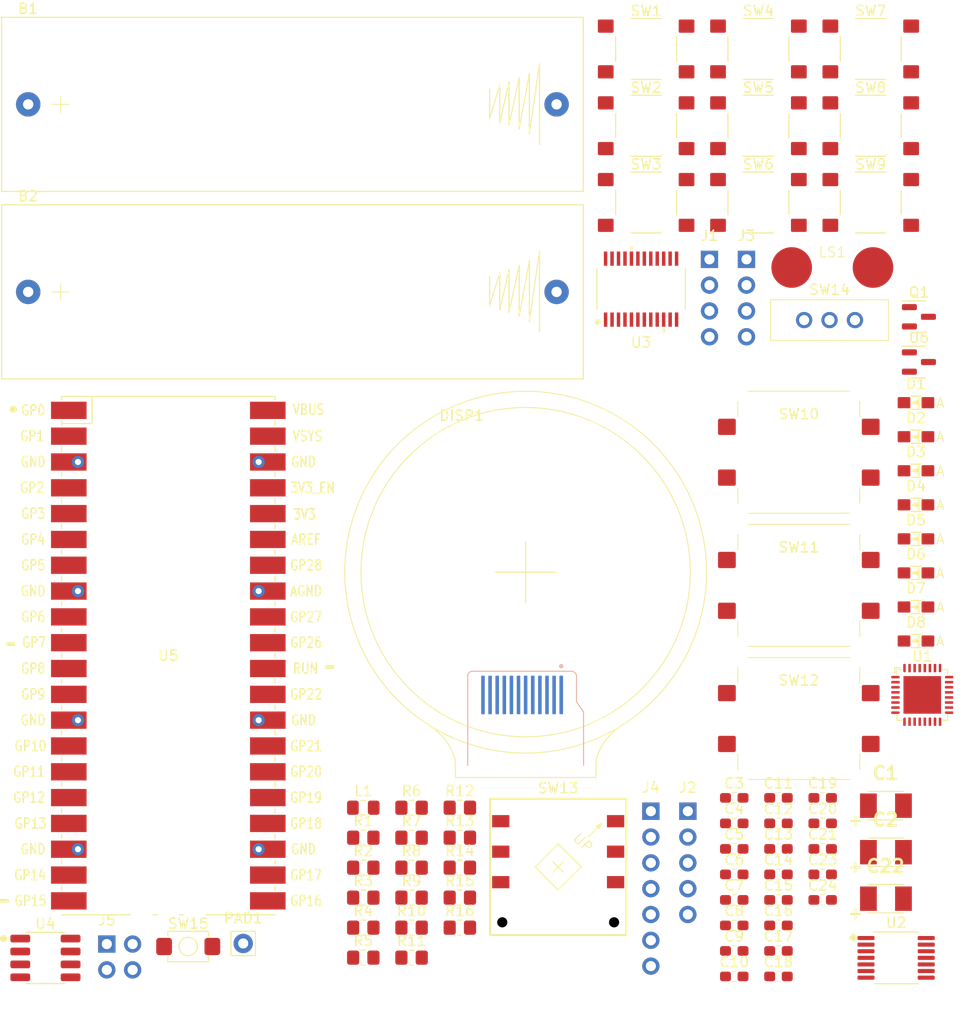
<source format=kicad_pcb>
(kicad_pcb (version 20221018) (generator pcbnew)
  (layers (0 "F.Cu" signal) (31 "B.Cu" signal) (34 "B.Paste" user) (35 "F.Paste" user) (36 "B.SilkS" user "B.Silkscreen") (37 "F.SilkS" user "F.Silkscreen") (38 "B.Mask" user) (39 "F.Mask" user) (44 "Edge.Cuts" user))
  (net 0 "")
  (net 1 "+BATT")
  (net 2 "Net-(B1--)")
  (net 3 "0V")
  (net 4 "+3.3V")
  (net 5 "+3.3VA")
  (net 6 "Net-(U1-AVDRV)")
  (net 7 "Net-(U1-VCOM)")
  (net 8 "Net-(U1-VREFH)")
  (net 9 "Net-(C14-Pad1)")
  (net 10 "/INY")
  (net 11 "Net-(U4-+)")
  (net 12 "Net-(U1-IN4N)")
  (net 13 "Net-(U1-IN3N)")
  (net 14 "Net-(U1-IN2N)")
  (net 15 "Net-(U1-IN1N)")
  (net 16 "Net-(D1-K)")
  (net 17 "Net-(D1-A)")
  (net 18 "Net-(D2-K)")
  (net 19 "Net-(D3-K)")
  (net 20 "Net-(D3-A)")
  (net 21 "Net-(D4-K)")
  (net 22 "Net-(D5-K)")
  (net 23 "Net-(D6-K)")
  (net 24 "Net-(D7-K)")
  (net 25 "Net-(D7-A)")
  (net 26 "Net-(D8-K)")
  (net 27 "Net-(DISP1-LED_A)")
  (net 28 "/LCD_DC")
  (net 29 "/LCD_SCK")
  (net 30 "/LCD_MOSI")
  (net 31 "/LCD_RST")
  (net 32 "/OUTY")
  (net 33 "/OUTX")
  (net 34 "/OUT4")
  (net 35 "/OUT3")
  (net 36 "/IN2")
  (net 37 "/IN1")
  (net 38 "/INX")
  (net 39 "/IO28")
  (net 40 "/IO27")
  (net 41 "/IO26")
  (net 42 "/SCL")
  (net 43 "/SDA")
  (net 44 "Net-(U4-VO+)")
  (net 45 "Net-(U4-VO-)")
  (net 46 "Net-(SW14-C)")
  (net 47 "Net-(Q1-G)")
  (net 48 "Net-(Q1-S)")
  (net 49 "Net-(Q1-D)")
  (net 50 "Net-(U3-IREF)")
  (net 51 "Net-(U4--)")
  (net 52 "/SWSEL2")
  (net 53 "/SW_USER")
  (net 54 "/SWSEL1")
  (net 55 "Net-(U5-VBUS)")
  (net 56 "/SW_SAVE_JOYR")
  (net 57 "/SW_B_A")
  (net 58 "/SW_C_RANGE")
  (net 59 "/SW_D_LEVEL")
  (net 60 "/SW_XY_JOYD")
  (net 61 "/SW_WS_JOYPUSH")
  (net 62 "/SW_SG_JOYL")
  (net 63 "/SW_MENU_JOYU")
  (net 64 "Net-(U5-RUN)")
  (net 65 "/CODEC_SDIN1")
  (net 66 "/CODEC_SDIN2")
  (net 67 "/CODEC_LRCK")
  (net 68 "/CODEC_BICK")
  (net 69 "/CODEC_MCLK")
  (net 70 "Net-(U1-AOUT1L)")
  (net 71 "Net-(U1-AOUT1R)")
  (net 72 "Net-(U1-AOUT2L)")
  (net 73 "Net-(U1-AOUT2R)")
  (net 74 "/CODEC_PDN")
  (net 76 "/CODEC_SCL")
  (net 78 "/CODEC_SDA")
  (net 79 "/CODEC_SDOUT1")
  (net 80 "/CODEC_SDOUT2")
  (net 81 "/DRV_SIN")
  (net 82 "/DRV_SCLK")
  (net 83 "/DRV_LAT")
  (net 85 "/AUD_SHUT")
  (footprint "User Global Library:PinHeader1x4-2.54mm-NoSilk" (layer "F.Cu") (at 142.38 92.41)
    (fp_text reference "J3" (at 0 -2.33) (layer "F.SilkS"))
    (fp_text value "SCOPE")
    (pad "1" thru_hole rect (at 0 0) (size 1.7 1.7) (drill 1) (layers "*.Cu" "*.Mask") (net 3 "0V"))
    (pad "2" thru_hole oval (at 0 2.54) (size 1.7 1.7) (drill 1) (layers "*.Cu" "*.Mask") (net 10 "/INY"))
    (pad "3" thru_hole oval (at 0 5.08) (size 1.7 1.7) (drill 1) (layers "*.Cu" "*.Mask") (net 38 "/INX"))
    (pad "4" thru_hole oval (at 0 7.62) (size 1.7 1.7) (drill 1) (layers "*.Cu" "*.Mask") (net 5 "+3.3VA"))
  )
  (footprint "User Global Library:Cap-Tant-CaseB" (layer "F.Cu") (at 156.1 146.165)
    (fp_text reference "C1" (at -0.05 -3.2) (layer "F.SilkS") (effects (font (size 1.27 1.27) (thickness 0.254))))
    (fp_text value "22u" hide)
    (pad "1" smd rect (at -1.725 0) (size 1.65 2.4) (layers "F.Cu" "F.Paste" "F.Mask") (net 4 "+3.3V"))
    (pad "2" smd rect (at 1.725 0) (size 1.65 2.4) (layers "F.Cu" "F.Paste" "F.Mask") (net 3 "0V"))
  )
  (footprint "Resistor_SMD:R_0805_2012Metric_Pad1.20x1.40mm_HandSolder" (layer "F.Cu") (at 109.425 158.165)
    (fp_text reference "R10" (at 0 -1.65) (layer "F.SilkS"))
    (fp_text value "680R")
    (pad "1" smd roundrect (at -1 0) (size 1.2 1.4) (layers "F.Cu" "F.Paste" "F.Mask") (roundrect_rratio 0.208333) (net 25 "Net-(D7-A)"))
    (pad "2" smd roundrect (at 1 0) (size 1.2 1.4) (layers "F.Cu" "F.Paste" "F.Mask") (roundrect_rratio 0.208333) (net 4 "+3.3V"))
  )
  (footprint "User Global Library:Cap-Tant-CaseB" (layer "F.Cu") (at 156.1 155.315)
    (fp_text reference "C22" (at -0.05 -3.2) (layer "F.SilkS") (effects (font (size 1.27 1.27) (thickness 0.254))))
    (fp_text value "22u" hide)
    (pad "1" smd rect (at -1.725 0) (size 1.65 2.4) (layers "F.Cu" "F.Paste" "F.Mask") (net 5 "+3.3VA"))
    (pad "2" smd rect (at 1.725 0) (size 1.65 2.4) (layers "F.Cu" "F.Paste" "F.Mask") (net 3 "0V"))
  )
  (footprint "Resistor_SMD:R_0805_2012Metric_Pad1.20x1.40mm_HandSolder" (layer "F.Cu") (at 104.675 161.115)
    (fp_text reference "R5" (at 0 -1.65) (layer "F.SilkS"))
    (fp_text value "4.7k")
    (pad "1" smd roundrect (at -1 0) (size 1.2 1.4) (layers "F.Cu" "F.Paste" "F.Mask") (roundrect_rratio 0.208333) (net 52 "/SWSEL2"))
    (pad "2" smd roundrect (at 1 0) (size 1.2 1.4) (layers "F.Cu" "F.Paste" "F.Mask") (roundrect_rratio 0.208333) (net 4 "+3.3V"))
  )
  (footprint "User Global Library:Tact-SW-6mm-PTS645S-SMT-G" (layer "F.Cu") (at 154.605 86.815)
    (fp_text reference "SW9" (at 0 -3.75) (layer "F.SilkS"))
    (fp_text value "PTS645S-TACT-6mm-SMT")
    (pad "1" smd roundrect (at -3.975 2.25) (size 1.55 1.3) (layers "F.Cu" "F.Paste" "F.Mask") (roundrect_rratio 0.1) (net 62 "/SW_SG_JOYL"))
    (pad "1" smd roundrect (at 3.975 2.25) (size 1.55 1.3) (layers "F.Cu" "F.Paste" "F.Mask") (roundrect_rratio 0.1) (net 62 "/SW_SG_JOYL"))
    (pad "2" smd roundrect (at -3.975 -2.25) (size 1.55 1.3) (layers "F.Cu" "F.Paste" "F.Mask") (roundrect_rratio 0.1) (net 54 "/SWSEL1"))
    (pad "2" smd roundrect (at 3.975 -2.25) (size 1.55 1.3) (layers "F.Cu" "F.Paste" "F.Mask") (roundrect_rratio 0.1) (net 54 "/SWSEL1"))
  )
  (footprint "Resistor_SMD:R_0805_2012Metric_Pad1.20x1.40mm_HandSolder" (layer "F.Cu") (at 104.675 158.165)
    (fp_text reference "R4" (at 0 -1.65) (layer "F.SilkS"))
    (fp_text value "22k")
    (pad "1" smd roundrect (at -1 0) (size 1.2 1.4) (layers "F.Cu" "F.Paste" "F.Mask") (roundrect_rratio 0.208333) (net 44 "Net-(U4-VO+)"))
    (pad "2" smd roundrect (at 1 0) (size 1.2 1.4) (layers "F.Cu" "F.Paste" "F.Mask") (roundrect_rratio 0.208333) (net 51 "Net-(U4--)"))
  )
  (footprint "User Global Library:Tact-SW-6mm-PTS645S-SMT-G" (layer "F.Cu") (at 154.605 71.715)
    (fp_text reference "SW7" (at 0 -3.75) (layer "F.SilkS"))
    (fp_text value "PTS645S-TACT-6mm-SMT")
    (pad "1" smd roundrect (at -3.975 2.25) (size 1.55 1.3) (layers "F.Cu" "F.Paste" "F.Mask") (roundrect_rratio 0.1) (net 60 "/SW_XY_JOYD"))
    (pad "1" smd roundrect (at 3.975 2.25) (size 1.55 1.3) (layers "F.Cu" "F.Paste" "F.Mask") (roundrect_rratio 0.1) (net 60 "/SW_XY_JOYD"))
    (pad "2" smd roundrect (at -3.975 -2.25) (size 1.55 1.3) (layers "F.Cu" "F.Paste" "F.Mask") (roundrect_rratio 0.1) (net 54 "/SWSEL1"))
    (pad "2" smd roundrect (at 3.975 -2.25) (size 1.55 1.3) (layers "F.Cu" "F.Paste" "F.Mask") (roundrect_rratio 0.1) (net 54 "/SWSEL1"))
  )
  (footprint "User Global Library:Speaker-Pads" (layer "F.Cu") (at 150.825 93.215)
    (fp_text reference "LS1" (at 0 -1.5 unlocked) (layer "F.SilkS") (effects (font (thickness 0.1))))
    (fp_text value "Speaker")
    (pad "1" smd circle (at -4 0) (size 4 4) (layers "F.Cu" "F.Paste" "F.Mask") (net 44 "Net-(U4-VO+)"))
    (pad "2" smd circle (at 4 0) (size 4 4) (layers "F.Cu" "F.Paste" "F.Mask") (net 45 "Net-(U4-VO-)"))
  )
  (footprint "User Global Library:PinHeader1x5-2.54mm-NoSilk" (layer "F.Cu") (at 136.61 146.71)
    (fp_text reference "J2" (at 0 -2.33) (layer "F.SilkS"))
    (fp_text value "ANAIO")
    (pad "1" thru_hole rect (at 0 0) (size 1.7 1.7) (drill 1) (layers "*.Cu" "*.Mask") (net 3 "0V"))
    (pad "2" thru_hole oval (at 0 2.54) (size 1.7 1.7) (drill 1) (layers "*.Cu" "*.Mask") (net 34 "/OUT4"))
    (pad "3" thru_hole oval (at 0 5.08) (size 1.7 1.7) (drill 1) (layers "*.Cu" "*.Mask") (net 35 "/OUT3"))
    (pad "4" thru_hole oval (at 0 7.62) (size 1.7 1.7) (drill 1) (layers "*.Cu" "*.Mask") (net 36 "/IN2"))
    (pad "5" thru_hole oval (at 0 10.16) (size 1.7 1.7) (drill 1) (layers "*.Cu" "*.Mask") (net 37 "/IN1"))
  )
  (footprint "User Global Library:Tact-SW-6mm-PTS645S-SMT-G" (layer "F.Cu") (at 143.555 79.265)
    (fp_text reference "SW5" (at 0 -3.75) (layer "F.SilkS"))
    (fp_text value "PTS645S-TACT-6mm-SMT")
    (pad "1" smd roundrect (at -3.975 2.25) (size 1.55 1.3) (layers "F.Cu" "F.Paste" "F.Mask") (roundrect_rratio 0.1) (net 58 "/SW_C_RANGE"))
    (pad "1" smd roundrect (at 3.975 2.25) (size 1.55 1.3) (layers "F.Cu" "F.Paste" "F.Mask") (roundrect_rratio 0.1) (net 58 "/SW_C_RANGE"))
    (pad "2" smd roundrect (at -3.975 -2.25) (size 1.55 1.3) (layers "F.Cu" "F.Paste" "F.Mask") (roundrect_rratio 0.1) (net 54 "/SWSEL1"))
    (pad "2" smd roundrect (at 3.975 -2.25) (size 1.55 1.3) (layers "F.Cu" "F.Paste" "F.Mask") (roundrect_rratio 0.1) (net 54 "/SWSEL1"))
  )
  (footprint "User Global Library:QFN-32-EP-AK" (layer "F.Cu") (at 159.675 135.265)
    (fp_text reference "U1" (at 0 -3.8) (layer "F.SilkS"))
    (fp_text value "AK4619")
    (pad "1" smd custom (at -2.6375 -1.75) (size 0.18636 0.18636) (layers "F.Cu" "F.Paste" "F.Mask") (net 65 "/CODEC_SDIN1") (options (clearance outline) (anchor circle)) (primitives (gr_poly (pts (xy 0.35 -0.009112) (xy 0.35 0.0625) (xy -0.35 0.0625) (xy -0.35 -0.0625) (xy 0.296612 -0.0625)) (width 0.125) (fill yes))))
    (pad "2" smd roundrect (at -2.6375 -1.25) (size 0.825 0.25) (layers "F.Cu" "F.Paste" "F.Mask") (net 66 "/CODEC_SDIN2"))
    (pad "3" smd roundrect (at -2.6375 -0.75) (size 0.825 0.25) (layers "F.Cu" "F.Paste" "F.Mask") (net 4 "+3.3V"))
    (pad "4" smd roundrect (at -2.6375 -0.25) (size 0.825 0.25) (layers "F.Cu" "F.Paste" "F.Mask") (net 3 "0V"))
    (pad "5" smd roundrect (at -2.6375 0.25) (size 0.825 0.25) (layers "F.Cu" "F.Paste" "F.Mask") (net 6 "Net-(U1-AVDRV)"))
    (pad "6" smd roundrect (at -2.6375 0.75) (size 0.825 0.25) (layers "F.Cu" "F.Paste" "F.Mask") (net 67 "/CODEC_LRCK"))
    (pad "7" smd roundrect (at -2.6375 1.25) (size 0.825 0.25) (layers "F.Cu" "F.Paste" "F.Mask") (net 68 "/CODEC_BICK"))
    (pad "8" smd custom (at -2.6375 1.75) (size 0.18636 0.18636) (layers "F.Cu" "F.Paste" "F.Mask") (net 69 "/CODEC_MCLK") (options (clearance outline) (anchor circle)) (primitives (gr_poly (pts (xy 0.35 0.009112) (xy 0.296612 0.0625) (xy -0.35 0.0625) (xy -0.35 -0.0625) (xy 0.35 -0.0625)) (width 0.125) (fill yes))))
    (pad "9" smd custom (at -1.75 2.6375) (size 0.18636 0.18636) (layers "F.Cu" "F.Paste" "F.Mask") (net 12 "Net-(U1-IN4N)") (options (clearance outline) (anchor circle)) (primitives (gr_poly (pts (xy 0.0625 0.35) (xy -0.0625 0.35) (xy -0.0625 -0.296612) (xy -0.009112 -0.35) (xy 0.0625 -0.35)) (width 0.125) (fill yes))))
    (pad "10" smd roundrect (at -1.25 2.6375) (size 0.25 0.825) (layers "F.Cu" "F.Paste" "F.Mask") (net 38 "/INX"))
    (pad "11" smd roundrect (at -0.75 2.6375) (size 0.25 0.825) (layers "F.Cu" "F.Paste" "F.Mask") (net 13 "Net-(U1-IN3N)"))
    (pad "12" smd roundrect (at -0.25 2.6375) (size 0.25 0.825) (layers "F.Cu" "F.Paste" "F.Mask") (net 10 "/INY"))
    (pad "13" smd roundrect (at 0.25 2.6375) (size 0.25 0.825) (layers "F.Cu" "F.Paste" "F.Mask") (net 14 "Net-(U1-IN2N)"))
    (pad "14" smd roundrect (at 0.75 2.6375) (size 0.25 0.825) (layers "F.Cu" "F.Paste" "F.Mask") (net 36 "/IN2"))
    (pad "15" smd roundrect (at 1.25 2.6375) (size 0.25 0.825) (layers "F.Cu" "F.Paste" "F.Mask") (net 15 "Net-(U1-IN1N)"))
    (pad "16" smd custom (at 1.75 2.6375) (size 0.18636 0.18636) (layers "F.Cu" "F.Paste" "F.Mask") (net 37 "/IN1") (options (clearance outline) (anchor circle)) (primitives (gr_poly (pts (xy 0.0625 -0.296612) (xy 0.0625 0.35) (xy -0.0625 0.35) (xy -0.0625 -0.35) (xy 0.009112 -0.35)) (width 0.125) (fill yes))))
    (pad "17" smd custom (at 2.6375 1.75) (size 0.18636 0.18636) (layers "F.Cu" "F.Paste" "F.Mask") (net 7 "Net-(U1-VCOM)") (options (clearance outline) (anchor circle)) (primitives (gr_poly (pts (xy 0.35 0.0625) (xy -0.296612 0.0625) (xy -0.35 0.009112) (xy -0.35 -0.0625) (xy 0.35 -0.0625)) (width 0.125) (fill yes))))
    (pad "18" smd roundrect (at 2.6375 1.25) (size 0.825 0.25) (layers "F.Cu" "F.Paste" "F.Mask") (net 5 "+3.3VA"))
    (pad "19" smd roundrect (at 2.6375 0.75) (size 0.825 0.25) (layers "F.Cu" "F.Paste" "F.Mask") (net 3 "0V"))
    (pad "20" smd roundrect (at 2.6375 0.25) (size 0.825 0.25) (layers "F.Cu" "F.Paste" "F.Mask") (net 3 "0V"))
    (pad "21" smd roundrect (at 2.6375 -0.25) (size 0.825 0.25) (layers "F.Cu" "F.Paste" "F.Mask") (net 8 "Net-(U1-VREFH)"))
    (pad "22" smd roundrect (at 2.6375 -0.75) (size 0.825 0.25) (layers "F.Cu" "F.Paste" "F.Mask") (net 70 "Net-(U1-AOUT1L)"))
    (pad "23" smd roundrect (at 2.6375 -1.25) (size 0.825 0.25) (layers "F.Cu" "F.Paste" "F.Mask") (net 71 "Net-(U1-AOUT1R)"))
    (pad "24" smd custom (at 2.6375 -1.75) (size 0.18636 0.18636) (layers "F.Cu" "F.Paste" "F.Mask") (net 72 "Net-(U1-AOUT2L)") (options (clearance outline) (anchor circle)) (primitives (gr_poly (pts (xy 0.35 0.0625) (xy -0.35 0.0625) (xy -0.35 -0.009112) (xy -0.296612 -0.0625) (xy 0.35 -0.0625)) (width 0.125) (fill yes))))
    (pad "25" smd custom (at 1.75 -2.6375) (size 0.18636 0.18636) (layers "F.Cu" "F.Paste" "F.Mask") (net 73 "Net-(U1-AOUT2R)") (options (clearance outline) (anchor circle)) (primitives (gr_poly (pts (xy 0.0625 0.296612) (xy 0.009112 0.35) (xy -0.0625 0.35) (xy -0.0625 -0.35) (xy 0.0625 -0.35)) (width 0.125) (fill yes))))
    (pad "26" smd roundrect (at 1.25 -2.6375) (size 0.25 0.825) (layers "F.Cu" "F.Paste" "F.Mask") (net 74 "/CODEC_PDN"))
    (pad "27" smd roundrect (at 0.75 -2.6375) (size 0.25 0.825) (layers "F.Cu" "F.Paste" "F.Mask"))
    (pad "28" smd roundrect (at 0.25 -2.6375) (size 0.25 0.825) (layers "F.Cu" "F.Paste" "F.Mask") (net 76 "/CODEC_SCL"))
    (pad "29" smd roundrect (at -0.25 -2.6375) (size 0.25 0.825) (layers "F.Cu" "F.Paste" "F.Mask"))
    (pad "30" smd roundrect (at -0.75 -2.6375) (size 0.25 0.825) (layers "F.Cu" "F.Paste" "F.Mask") (net 78 "/CODEC_SDA"))
    (pad "31" smd roundrect (at -1.25 -2.6375) (size 0.25 0.825) (layers "F.Cu" "F.Paste" "F.Mask") (net 79 "/CODEC_SDOUT1"))
    (pad "32" smd custom (at -1.75 -2.6375) (size 0.18636 0.18636) (layers "F.Cu" "F.Paste" "F.Mask") (net 80 "/CODEC_SDOUT2") (options (clearance outline) (anchor circle)) (primitives (gr_poly (pts (xy 0.0625 0.35) (xy -0.009112 0.35) (xy -0.0625 0.296612) (xy -0.0625 -0.35) (xy 0.0625 -0.35)) (width 0.125) (fill yes))))
    (pad "33" smd rect (at 0 0) (size 3.7 3.7) (layers "F.Cu" "F.Mask") (net 3 "0V"))
  )
  (footprint "Capacitor_SMD:C_0603_1608Metric_Pad1.08x0.95mm_HandSolder" (layer "F.Cu") (at 141.175 152.925)
    (fp_text reference "C6" (at 0 -1.43) (layer "F.SilkS"))
    (fp_text value "2.2u")
    (pad "1" smd roundrect (at -0.8625 0) (size 1.075 0.95) (layers "F.Cu" "F.Paste" "F.Mask") (net 6 "Net-(U1-AVDRV)"))
    (pad "2" smd roundrect (at 0.8625 0) (size 1.075 0.95) (layers "F.Cu" "F.Paste" "F.Mask") (net 3 "0V"))
  )
  (footprint "Resistor_SMD:R_0805_2012Metric_Pad1.20x1.40mm_HandSolder" (layer "F.Cu") (at 114.175 155.215)
    (fp_text reference "R15" (at 0 -1.65) (layer "F.SilkS"))
    (fp_text value "220k")
    (pad "1" smd roundrect (at -1 0) (size 1.2 1.4) (layers "F.Cu" "F.Paste" "F.Mask") (roundrect_rratio 0.208333) (net 47 "Net-(Q1-G)"))
    (pad "2" smd roundrect (at 1 0) (size 1.2 1.4) (layers "F.Cu" "F.Paste" "F.Mask") (roundrect_rratio 0.208333) (net 48 "Net-(Q1-S)"))
  )
  (footprint "User Global Library:pi-pico-smd" (layer "F.Cu") (at 85.49 131.4)
    (fp_text reference "U5" (at 0 0) (layer "F.SilkS"))
    (fp_text value "Pi Pico")
    (fp_text user "GP13" (at -13.554 16.51) (layer "F.SilkS") (effects (font (size 1 0.8))))
    (fp_text user "GP17" (at 13.554 21.59) (layer "F.SilkS") (effects (font (size 1 0.8))))
    (fp_text user "GP1" (at -13.4 -21.6) (layer "F.SilkS") (effects (font (size 1 0.8))))
    (fp_text user "GND" (at 13.3 -19.05) (layer "F.SilkS") (effects (font (size 1 0.8))))
    (fp_text user "GP10" (at -13.554 8.89) (layer "F.SilkS") (effects (font (size 1 0.8))))
    (fp_text user "VSYS" (at 13.7 -21.59) (layer "F.SilkS") (effects (font (size 1 0.8))))
    (fp_text user "GP18" (at 13.554 16.51) (layer "F.SilkS") (effects (font (size 1 0.8))))
    (fp_text user "GP7" (at -13.2 -1.3) (layer "F.SilkS") (effects (font (size 1 0.8))))
    (fp_text user "GP27" (at 13.554 -3.8) (layer "F.SilkS") (effects (font (size 1 0.8))))
    (fp_text user "GP9" (at -13.3 3.81) (layer "F.SilkS") (effects (font (size 1 0.8))))
    (fp_text user "GP2" (at -13.4 -16.51) (layer "F.SilkS") (effects (font (size 1 0.8))))
    (fp_text user "GP5" (at -13.3 -8.89) (layer "F.SilkS") (effects (font (size 1 0.8))))
    (fp_text user "GP16" (at 13.554 24.13) (layer "F.SilkS") (effects (font (size 1 0.8))))
    (fp_text user "RUN" (at 13.5 1.27) (layer "F.SilkS") (effects (font (size 1 0.8))))
    (fp_text user "AGND" (at 13.554 -6.35) (layer "F.SilkS") (effects (font (size 1 0.8))))
    (fp_text user "3V3_EN" (at 14.2 -16.51) (layer "F.SilkS") (effects (font (size 1 0.8))))
    (fp_text user "GND" (at 13.3 19.05) (layer "F.SilkS") (effects (font (size 1 0.8))))
    (fp_text user "GP20" (at 13.554 11.43) (layer "F.SilkS") (effects (font (size 1 0.8))))
    (fp_text user "GND" (at -13.3 6.35) (layer "F.SilkS") (effects (font (size 1 0.8))))
    (fp_text user "3V3" (at 13.4 -13.9) (layer "F.SilkS") (effects (font (size 1 0.8))))
    (fp_text user "GP0" (at -13.3 -24.13) (layer "F.SilkS") (effects (font (size 1 0.8))))
    (fp_text user "GP14" (at -13.6 21.59) (layer "F.SilkS") (effects (font (size 1 0.8))))
    (fp_text user "GP28" (at 13.554 -8.89) (layer "F.SilkS") (effects (font (size 1 0.8))))
    (fp_text user "VBUS" (at 13.8 -24.2) (layer "F.SilkS") (effects (font (size 1 0.8))))
    (fp_text user "GND" (at -13.3 -6.35) (layer "F.SilkS") (effects (font (size 1 0.8))))
    (fp_text user "GP4" (at -13.3 -11.43) (layer "F.SilkS") (effects (font (size 1 0.8))))
    (fp_text user "GP21" (at 13.554 8.9) (layer "F.SilkS") (effects (font (size 1 0.8))))
    (fp_text user "GP11" (at -13.7 11.43) (layer "F.SilkS") (effects (font (size 1 0.8))))
    (fp_text user "GP19" (at 13.554 13.97) (layer "F.SilkS") (effects (font (size 1 0.8))))
    (fp_text user "GP3" (at -13.3 -13.97) (layer "F.SilkS") (effects (font (size 1 0.8))))
    (fp_text user "GP8" (at -13.3 1.27) (layer "F.SilkS") (effects (font (size 1 0.8))))
    (fp_text user "GND" (at -13.3 19.05) (layer "F.SilkS") (effects (font (size 1 0.8))))
    (fp_text user "GND" (at 13.3 6.35) (layer "F.SilkS") (effects (font (size 1 0.8))))
    (fp_text user "GP26" (at 13.554 -1.27) (layer "F.SilkS") (effects (font (size 1 0.8))))
    (fp_text user "GP22" (at 13.554 3.81) (layer "F.SilkS") (effects (font (size 1 0.8))))
    (fp_text user "GP15" (at -13.554 24.13) (layer "F.SilkS") (effects (font (size 1 0.8))))
    (fp_text user "GP12" (at -13.7 13.97) (layer "F.SilkS") (effects (font (size 1 0.8))))
    (fp_text user "GND" (at -13.3 -19.05) (layer "F.SilkS") (effects (font (size 1 0.8))))
    (fp_text user "GP6" (at -13.3 -3.81) (layer "F.SilkS") (effects (font (size 1 0.8))))
    (fp_text user "AREF" (at 13.554 -11.43) (layer "F.SilkS") (effects (font (size 1 0.8))))
    (pad "" np_thru_hole oval (at -2.725 -24) (size 1.8 1.8) (drill 1.8) (layers "*.Cu" "*.Mask"))
    (pad "" np_thru_hole oval (at -2.425 -20.97) (size 1.5 1.5) (drill 1.5) (layers "*.Cu" "*.Mask"))
    (pad "" np_thru_hole oval (at 2.425 -20.97) (size 1.5 1.5) (drill 1.5) (layers "*.Cu" "*.Mask"))
    (pad "" np_thru_hole oval (at 2.725 -24) (size 1.8 1.8) (drill 1.8) (layers "*.Cu" "*.Mask"))
    (pad "1" smd rect (at -8.89 -24.13) (size 3.5 1.7) (drill (offset -0.9 0)) (layers "F.Cu" "F.Mask") (net 82 "/DRV_SCLK"))
    (pad "2" smd rect (at -8.89 -21.59) (size 3.5 1.7) (drill (offset -0.9 0)) (layers "F.Cu" "F.Mask") (net 81 "/DRV_SIN"))
    (pad "3" thru_hole circle (at -8.89 -19.05) (size 1.2 1.2) (drill 0.6) (layers "*.Cu" "*.Mask") (net 3 "0V"))
    (pad "3" smd rect (at -8.89 -19.05) (size 3.5 1.7) (drill (offset -0.9 0)) (layers "F.Cu" "F.Mask") (net 3 "0V"))
    (pad "4" smd rect (at -8.89 -16.51) (size 3.5 1.7) (drill (offset -0.9 0)) (layers "F.Cu" "F.Mask") (net 29 "/LCD_SCK"))
    (pad "5" smd rect (at -8.89 -13.97) (size 3.5 1.7) (drill (offset -0.9 0)) (layers "F.Cu" "F.Mask") (net 30 "/LCD_MOSI"))
    (pad "6" smd rect (at -8.89 -11.43) (size 3.5 1.7) (drill (offset -0.9 0)) (layers "F.Cu" "F.Mask") (net 31 "/LCD_RST"))
    (pad "7" smd rect (at -8.89 -8.89) (size 3.5 1.7) (drill (offset -0.9 0)) (layers "F.Cu" "F.Mask") (net 28 "/LCD_DC"))
    (pad "8" thru_hole circle (at -8.89 -6.35) (size 1.2 1.2) (drill 0.6) (layers "*.Cu" "*.Mask") (net 3 "0V"))
    (pad "8" smd rect (at -8.89 -6.35) (size 3.5 1.7) (drill (offset -0.9 0)) (layers "F.Cu" "F.Mask") (net 3 "0V"))
    (pad "9" smd rect (at -8.89 -3.81) (size 3.5 1.7) (drill (offset -0.9 0)) (layers "F.Cu" "F.Mask") (net 74 "/CODEC_PDN"))
    (pad "10" smd rect (at -8.89 -1.27) (size 3.5 1.7) (drill (offset -0.9 0)) (layers "F.Cu" "F.Mask") (net 69 "/CODEC_MCLK"))
    (pad "11" smd rect (at -8.89 1.27) (size 3.5 1.7) (drill (offset -0.9 0)) (layers "F.Cu" "F.Mask") (net 68 "/CODEC_BICK"))
    (pad "12" smd rect (at -8.89 3.81) (size 3.5 1.7) (drill (offset -0.9 0)) (layers "F.Cu" "F.Mask") (net 67 "/CODEC_LRCK"))
    (pad "13" thru_hole circle (at -8.89 6.35) (size 1.2 1.2) (drill 0.6) (layers "*.Cu" "*.Mask") (net 3 "0V"))
    (pad "13" smd rect (at -8.89 6.35) (size 3.5 1.7) (drill (offset -0.9 0)) (layers "F.Cu" "F.Mask") (net 3 "0V"))
    (pad "14" smd rect (at -8.89 8.89) (size 3.5 1.7) (drill (offset -0.9 0)) (layers "F.Cu" "F.Mask") (net 65 "/CODEC_SDIN1"))
    (pad "15" smd rect (at -8.89 11.43) (size 3.5 1.7) (drill (offset -0.9 0)) (layers "F.Cu" "F.Mask") (net 66 "/CODEC_SDIN2"))
    (pad "16" smd rect (at -8.89 13.97) (size 3.5 1.7) (drill (offset -0.9 0)) (layers "F.Cu" "F.Mask") (net 79 "/CODEC_SDOUT1"))
    (pad "17" smd rect (at -8.89 16.51) (size 3.5 1.7) (drill (offset -0.9 0)) (layers "F.Cu" "F.Mask") (net 80 "/CODEC_SDOUT2"))
    (pad "18" thru_hole circle (at -8.89 19.05) (size 1.2 1.2) (drill 0.6) (layers "*.Cu" "*.Mask") (net 3 "0V"))
    (pad "18" smd rect (at -8.89 19.05) (size 3.5 1.7) (drill (offset -0.9 0)) (layers "F.Cu" "F.Mask") (net 3 "0V"))
    (pad "19" smd rect (at -8.89 21.59) (size 3.5 1.7) (drill (offset -0.9 0)) (layers "F.Cu" "F.Mask") (net 43 "/SDA"))
    (pad "20" smd rect (at -8.89 24.13) (size 3.5 1.7) (drill (offset -0.9 0)) (layers "F.Cu" "F.Mask") (net 42 "/SCL"))
    (pad "21" smd rect (at 8.89 24.13) (size 3.5 1.7) (drill (offset 0.9 0)) (layers "F.Cu" "F.Mask") (net 83 "/DRV_LAT"))
    (pad "22" smd rect (at 8.89 21.59) (size 3.5 1.7) (drill (offset 0.9 0)) (layers "F.Cu" "F.Mask") (net 54 "/SWSEL1"))
    (pad "23" thru_hole circle (at 8.89 19.05) (size 1.2 1.2) (drill 0.6) (layers "*.Cu" "*.Mask") (net 3 "0V"))
    (pad "23" smd rect (at 8.89 19.05) (size 3.5 1.7) (drill (offset 0.9 0)) (layers "F.Cu" "F.Mask") (net 3 "0V"))
    (pad "24" smd rect (at 8.89 16.51) (size 3.5 1.7) (drill (offset 0.9 0)) (layers "F.Cu" "F.Mask") (net 52 "/SWSEL2"))
    (pad "25" smd rect (at 8.89 13.97) (size 3.5 1.7) (drill (offset 0.9 0)) (layers "F.Cu" "F.Mask") (net 53 "/SW_USER"))
    (pad "26" smd rect (at 8.89 11.43) (size 3.5 1.7) (drill (offset 0.9 0)) (layers "F.Cu" "F.Mask") (net 78 "/CODEC_SDA"))
    (pad "27" smd rect (at 8.89 8.89) (size 3.5 1.7) (drill (offset 0.9 0)) (layers "F.Cu" "F.Mask") (net 76 "/CODEC_SCL"))
    (pad "28" thru_hole circle (at 8.89 6.35) (size 1.2 1.2) (drill 0.6) (layers "*.Cu" "*.Mask") (net 3 "0V"))
    (pad "28" smd rect (at 8.89 6.35) (size 3.5 1.7) (drill (offset 0.9 0)) (layers "F.Cu" "F.Mask") (net 3 "0V"))
    (pad "29" smd rect (at 8.89 3.81) (size 3.5 1.7) (drill (offset 0.9 0)) (layers "F.Cu" "F.Mask") (net 85 "/AUD_SHUT"))
    (pad "30" smd rect (at 8.89 1.27) (size 3.5 1.7) (drill (offset 0.9 0)) (layers "F.Cu" "F.Mask") (net 64 "Net-(U5-RUN)"))
    (pad "31" smd rect (at 8.89 -1.27) (size 3.5 1.7) (drill (offset 0.9 0)) (layers "F.Cu" "F.Mask") (net 41 "/IO26"))
    (pad "32" smd rect (at 8.89 -3.81) (size 3.5 1.7) (drill (offset 0.9 0)) (layers "F.Cu" "F.Mask") (net 40 "/IO27"))
    (pad "33" thru_hole circle (at 8.89 -6.35) (size 1.2 1.2) (drill 0.6) (layers "*.Cu" "*.Mask") (net 3 "0V"))
    (pad "33" smd rect (at 8.89 -6.35) (size 3.5 1.7) (drill (offset 0.9 0)) (layers "F.Cu" "F.Mask") (net 3 "0V"))
    (pad "34" smd rect (at 8.89 -8.89) (size 3.5 1.7) (drill (offset 0.9 0)) (layers "F.Cu" "F.Mask") (net 39 "/IO28"))
    (pad "35" smd rect (at 8.89 -11.43) (size 3.5 1.7) (drill (offset 0.9 0)) (layers "F.Cu" "F.Mask"))
    (pad "36" smd rect (at 8.89 -13.97) (size 3.5 1.7) (drill (offset 0.9 0)) (layers "F.Cu" "F.Mask") (net 4 "+3.3V"))
    (pad "37" smd rect (at 8.89 -16.51) (size 3.5 1.7) (drill (offset 0.9 0)) (layers "F.Cu" "F.Mask"))
    (pad "38" thru_hole circle (at 8.89 -19.05) (size 1.2 1.2) (drill 0.6) (layers "*.Cu" "*.Mask") (net 3 "0V"))
    (pad "38" smd rect (at 8.89 -19.05) (size 3.5 1.7) (drill (offset 0.9 0)) (layers "F.Cu" "F.Mask") (net 3 "0V"))
    (pad "39" smd rect (at 8.89 -21.59) (size 3.5 1.7) (drill (offset 0.9 0)) (layers "F.Cu" "F.Mask") (net 48 "Net-(Q1-S)"))
    (pad "40" smd rect (at 8.89 -24.13) (size 3.5 1.7) (drill (offset 0.9 0)) (layers "F.Cu" "F.Mask") (net 55 "Net-(U5-VBUS)"))
  )
  (footprint "Inductor_SMD:L_0805_2012Metric_Pad1.15x1.40mm_HandSolder" (layer "F.Cu") (at 104.675 146.365)
    (fp_text reference "L1" (at 0 -1.65) (layer "F.SilkS"))
    (fp_text value "47uH")
    (pad "1" smd roundrect (at -1.025 0) (size 1.15 1.4) (layers "F.Cu" "F.Paste" "F.Mask") (roundrect_rratio 0.217391) (net 4 "+3.3V"))
    (pad "2" smd roundrect (at 1.025 0) (size 1.15 1.4) (layers "F.Cu" "F.Paste" "F.Mask") (roundrect_rratio 0.217391) (net 5 "+3.3VA"))
  )
  (footprint "Resistor_SMD:R_0805_2012Metric_Pad1.20x1.40mm_HandSolder" (layer "F.Cu") (at 104.675 155.215)
    (fp_text reference "R3" (at 0 -1.65) (layer "F.SilkS"))
    (fp_text value "4.7k")
    (pad "1" smd roundrect (at -1 0) (size 1.2 1.4) (layers "F.Cu" "F.Paste" "F.Mask") (roundrect_rratio 0.208333) (net 51 "Net-(U4--)"))
    (pad "2" smd roundrect (at 1 0) (size 1.2 1.4) (layers "F.Cu" "F.Paste" "F.Mask") (roundrect_rratio 0.208333) (net 9 "Net-(C14-Pad1)"))
  )
  (footprint "Capacitor_SMD:C_0603_1608Metric_Pad1.08x0.95mm_HandSolder" (layer "F.Cu") (at 141.175 157.945)
    (fp_text reference "C8" (at 0 -1.43) (layer "F.SilkS"))
    (fp_text value "2.2u")
    (pad "1" smd roundrect (at -0.8625 0) (size 1.075 0.95) (layers "F.Cu" "F.Paste" "F.Mask") (net 8 "Net-(U1-VREFH)"))
    (pad "2" smd roundrect (at 0.8625 0) (size 1.075 0.95) (layers "F.Cu" "F.Paste" "F.Mask") (net 3 "0V"))
  )
  (footprint "User Global Library:Tact-SW-6mm-PTS645S-SMT-G" (layer "F.Cu") (at 132.505 86.815)
    (fp_text reference "SW3" (at 0 -3.75) (layer "F.SilkS"))
    (fp_text value "PTS645S-TACT-6mm-SMT")
    (pad "1" smd roundrect (at -3.975 2.25) (size 1.55 1.3) (layers "F.Cu" "F.Paste" "F.Mask") (roundrect_rratio 0.1) (net 57 "/SW_B_A"))
    (pad "1" smd roundrect (at 3.975 2.25) (size 1.55 1.3) (layers "F.Cu" "F.Paste" "F.Mask") (roundrect_rratio 0.1) (net 57 "/SW_B_A"))
    (pad "2" smd roundrect (at -3.975 -2.25) (size 1.55 1.3) (layers "F.Cu" "F.Paste" "F.Mask") (roundrect_rratio 0.1) (net 52 "/SWSEL2"))
    (pad "2" smd roundrect (at 3.975 -2.25) (size 1.55 1.3) (layers "F.Cu" "F.Paste" "F.Mask") (roundrect_rratio 0.1) (net 52 "/SWSEL2"))
  )
  (footprint "Resistor_SMD:R_0805_2012Metric_Pad1.20x1.40mm_HandSolder" (layer "F.Cu") (at 104.675 149.315)
    (fp_text reference "R1" (at 0 -1.65) (layer "F.SilkS"))
    (fp_text value "22R")
    (pad "1" smd roundrect (at -1 0) (size 1.2 1.4) (layers "F.Cu" "F.Paste" "F.Mask") (roundrect_rratio 0.208333) (net 4 "+3.3V"))
    (pad "2" smd roundrect (at 1 0) (size 1.2 1.4) (layers "F.Cu" "F.Paste" "F.Mask") (roundrect_rratio 0.208333) (net 27 "Net-(DISP1-LED_A)"))
  )
  (footprint "User Global Library:LED_2_1.25" (layer "F.Cu") (at 159.055 119.915)
    (fp_text reference "D5" (at 0 -1.85) (layer "F.SilkS"))
    (fp_text value "LED")
    (fp_text user "A" (at 1.9 0.6 unlocked) (layer "F.SilkS") (effects (font (thickness 0.1)) (justify left bottom)))
    (pad "1" smd roundrect (at -1.175 0) (size 1.25 1.1) (layers "F.Cu" "F.Paste" "F.Mask") (roundrect_rratio 0.1) (net 22 "Net-(D5-K)"))
    (pad "2" smd roundrect (at 1.175 0) (size 1.25 1.1) (layers "F.Cu" "F.Paste" "F.Mask") (roundrect_rratio 0.1) (net 20 "Net-(D3-A)"))
  )
  (footprint "Capacitor_SMD:C_0603_1608Metric_Pad1.08x0.95mm_HandSolder" (layer "F.Cu") (at 145.525 147.905)
    (fp_text reference "C12" (at 0 -1.43) (layer "F.SilkS"))
    (fp_text value "2.2u")
    (pad "1" smd roundrect (at -0.8625 0) (size 1.075 0.95) (layers "F.Cu" "F.Paste" "F.Mask") (net 5 "+3.3VA"))
    (pad "2" smd roundrect (at 0.8625 0) (size 1.075 0.95) (layers "F.Cu" "F.Paste" "F.Mask") (net 3 "0V"))
  )
  (footprint "User Global Library:AA-holder-keystone-2460" (layer "F.Cu") (at 97.7 95.615)
    (fp_text reference "B2" (at -26.015 -9.42 180) (layer "F.SilkS"))
    (fp_text value "AA")
    (pad "1" thru_hole circle (at -25.995 0 180) (size 2.4 2.4) (drill 1.02) (layers "*.Cu" "*.Mask") (net 2 "Net-(B1--)"))
    (pad "2" thru_hole circle (at 25.995 0 180) (size 2.4 2.4) (drill 1.02) (layers "*.Cu" "*.Mask") (net 3 "0V"))
  )
  (footprint "Resistor_SMD:R_0805_2012Metric_Pad1.20x1.40mm_HandSolder" (layer "F.Cu") (at 109.425 155.215)
    (fp_text reference "R9" (at 0 -1.65) (layer "F.SilkS"))
    (fp_text value "680R")
    (pad "1" smd roundrect (at -1 0) (size 1.2 1.4) (layers "F.Cu" "F.Paste" "F.Mask") (roundrect_rratio 0.208333) (net 17 "Net-(D1-A)"))
    (pad "2" smd roundrect (at 1 0) (size 1.2 1.4) (layers "F.Cu" "F.Paste" "F.Mask") (roundrect_rratio 0.208333) (net 4 "+3.3V"))
  )
  (footprint "Capacitor_SMD:C_0603_1608Metric_Pad1.08x0.95mm_HandSolder" (layer "F.Cu") (at 145.525 162.965)
    (fp_text reference "C18" (at 0 -1.43) (layer "F.SilkS"))
    (fp_text value "100n")
    (pad "1" smd roundrect (at -0.8625 0) (size 1.075 0.95) (layers "F.Cu" "F.Paste" "F.Mask") (net 13 "Net-(U1-IN3N)"))
    (pad "2" smd roundrect (at 0.8625 0) (size 1.075 0.95) (layers "F.Cu" "F.Paste" "F.Mask") (net 3 "0V"))
  )
  (footprint "Capacitor_SMD:C_0603_1608Metric_Pad1.08x0.95mm_HandSolder" (layer "F.Cu") (at 141.175 162.965)
    (fp_text reference "C10" (at 0 -1.43) (layer "F.SilkS"))
    (fp_text value "100n")
    (pad "1" smd roundrect (at -0.8625 0) (size 1.075 0.95) (layers "F.Cu" "F.Paste" "F.Mask") (net 5 "+3.3VA"))
    (pad "2" smd roundrect (at 0.8625 0) (size 1.075 0.95) (layers "F.Cu" "F.Paste" "F.Mask") (net 3 "0V"))
  )
  (footprint "Package_TO_SOT_SMD:SOT-23" (layer "F.Cu") (at 159.345 98.065)
    (fp_text reference "Q1" (at 0 -2.4) (layer "F.SilkS"))
    (fp_text value "DMG2305UX")
    (pad "1" smd roundrect (at -0.9375 -0.95) (size 1.475 0.6) (layers "F.Cu" "F.Paste" "F.Mask") (net 47 "Net-(Q1-G)"))
    (pad "2" smd roundrect (at -0.9375 0.95) (size 1.475 0.6) (layers "F.Cu" "F.Paste" "F.Mask") (net 48 "Net-(Q1-S)"))
    (pad "3" smd roundrect (at 0.9375 0) (size 1.475 0.6) (layers "F.Cu" "F.Paste" "F.Mask") (net 49 "Net-(Q1-D)"))
  )
  (footprint "User Global Library:AA-holder-keystone-2460" (layer "F.Cu") (at 97.7 77.165)
    (fp_text reference "B1" (at -26.015 -9.42 180) (layer "F.SilkS"))
    (fp_text value "AA")
    (pad "1" thru_hole circle (at -25.995 0 180) (size 2.4 2.4) (drill 1.02) (layers "*.Cu" "*.Mask") (net 1 "+BATT"))
    (pad "2" thru_hole circle (at 25.995 0 180) (size 2.4 2.4) (drill 1.02) (layers "*.Cu" "*.Mask") (net 2 "Net-(B1--)"))
  )
  (footprint "User Global Library:LED_2_1.25" (layer "F.Cu") (at 159.055 129.965)
    (fp_text reference "D8" (at 0 -1.85) (layer "F.SilkS"))
    (fp_text value "LED")
    (fp_text user "A" (at 1.9 0.6 unlocked) (layer "F.SilkS") (effects (font (thickness 0.1)) (justify left bottom)))
    (pad "1" smd roundrect (at -1.175 0) (size 1.25 1.1) (layers "F.Cu" "F.Paste" "F.Mask") (roundrect_rratio 0.1) (net 26 "Net-(D8-K)"))
    (pad "2" smd roundrect (at 1.175 0) (size 1.25 1.1) (layers "F.Cu" "F.Paste" "F.Mask") (roundrect_rratio 0.1) (net 25 "Net-(D7-A)"))
  )
  (footprint "Resistor_SMD:R_0805_2012Metric_Pad1.20x1.40mm_HandSolder" (layer "F.Cu") (at 109.425 161.115)
    (fp_text reference "R11" (at 0 -1.65) (layer "F.SilkS"))
    (fp_text value "680R")
    (pad "1" smd roundrect (at -1 0) (size 1.2 1.4) (layers "F.Cu" "F.Paste" "F.Mask") (roundrect_rratio 0.208333) (net 20 "Net-(D3-A)"))
    (pad "2" smd roundrect (at 1 0) (size 1.2 1.4) (layers "F.Cu" "F.Paste" "F.Mask") (roundrect_rratio 0.208333) (net 4 "+3.3V"))
  )
  (footprint "Resistor_SMD:R_0805_2012Metric_Pad1.20x1.40mm_HandSolder" (layer "F.Cu") (at 104.675 152.265)
    (fp_text reference "R2" (at 0 -1.65) (layer "F.SilkS"))
    (fp_text value "2.7k")
    (pad "1" smd roundrect (at -1 0) (size 1.2 1.4) (layers "F.Cu" "F.Paste" "F.Mask") (roundrect_rratio 0.208333) (net 3 "0V"))
    (pad "2" smd roundrect (at 1 0) (size 1.2 1.4) (layers "F.Cu" "F.Paste" "F.Mask") (roundrect_rratio 0.208333) (net 50 "Net-(U3-IREF)"))
  )
  (footprint "Capacitor_SMD:C_0603_1608Metric_Pad1.08x0.95mm_HandSolder" (layer "F.Cu") (at 141.175 145.395)
    (fp_text reference "C3" (at 0 -1.43) (layer "F.SilkS"))
    (fp_text value "100n")
    (pad "1" smd roundrect (at -0.8625 0) (size 1.075 0.95) (layers "F.Cu" "F.Paste" "F.Mask") (net 4 "+3.3V"))
    (pad "2" smd roundrect (at 0.8625 0) (size 1.075 0.95) (layers "F.Cu" "F.Paste" "F.Mask") (net 3 "0V"))
  )
  (footprint "Capacitor_SMD:C_0603_1608Metric_Pad1.08x0.95mm_HandSolder" (layer "F.Cu") (at 149.875 150.415)
    (fp_text reference "C21" (at 0 -1.43) (layer "F.SilkS"))
    (fp_text value "2.2u")
    (pad "1" smd roundrect (at -0.8625 0) (size 1.075 0.95) (layers "F.Cu" "F.Paste" "F.Mask") (net 4 "+3.3V"))
    (pad "2" smd roundrect (at 0.8625 0) (size 1.075 0.95) (layers "F.Cu" "F.Paste" "F.Mask") (net 3 "0V"))
  )
  (footprint "User Global Library:PinHeader1x7-2.54mm-NoSilk" (layer "F.Cu") (at 132.97 146.71)
    (fp_text reference "J4" (at 0 -2.33) (layer "F.SilkS"))
    (fp_text value "GPIO")
    (pad "1" thru_hole rect (at 0 0) (size 1.7 1.7) (drill 1) (layers "*.Cu" "*.Mask") (net 3 "0V"))
    (pad "2" thru_hole oval (at 0 2.54) (size 1.7 1.7) (drill 1) (layers "*.Cu" "*.Mask") (net 39 "/IO28"))
    (pad "3" thru_hole oval (at 0 5.08) (size 1.7 1.7) (drill 1) (layers "*.Cu" "*.Mask") (net 40 "/IO27"))
    (pad "4" thru_hole oval (at 0 7.62) (size 1.7 1.7) (drill 1) (layers "*.Cu" "*.Mask") (net 41 "/IO26"))
    (pad "5" thru_hole oval (at 0 10.16) (size 1.7 1.7) (drill 1) (layers "*.Cu" "*.Mask") (net 42 "/SCL"))
    (pad "6" thru_hole oval (at 0 12.7) (size 1.7 1.7) (drill 1) (layers "*.Cu" "*.Mask") (net 43 "/SDA"))
    (pad "7" thru_hole oval (at 0 15.24) (size 1.7 1.7) (drill 1) (layers "*.Cu" "*.Mask") (net 4 "+3.3V"))
  )
  (footprint "User Global Library:Tact-SW-12mm-TL3300-SMT" (layer "F.Cu") (at 147.525 124.49)
    (fp_text reference "SW11" (at 0 -3.75) (layer "F.SilkS"))
    (fp_text value "PUSH-SWITCH-12mm")
    (pad "1" smd roundrect (at -7.075 2.5) (size 1.75 1.6) (layers "F.Cu" "F.Paste" "F.Mask") (roundrect_rratio 0.1) (net 59 "/SW_D_LEVEL"))
    (pad "1" smd roundrect (at 7.075 2.5) (size 1.75 1.6) (layers "F.Cu" "F.Paste" "F.Mask") (roundrect_rratio 0.1) (net 59 "/SW_D_LEVEL"))
    (pad "2" smd roundrect (at -7.075 -2.5) (size 1.75 1.6) (layers "F.Cu" "F.Paste" "F.Mask") (roundrect_rratio 0.1) (net 52 "/SWSEL2"))
    (pad "2" smd roundrect (at 7.075 -2.5) (size 1.75 1.6) (layers "F.Cu" "F.Paste" "F.Mask") (roundrect_rratio 0.1) (net 52 "/SWSEL2"))
  )
  (footprint "Resistor_SMD:R_0805_2012Metric_Pad1.20x1.40mm_HandSolder" (layer "F.Cu") (at 114.175 146.365)
    (fp_text reference "R12" (at 0 -1.65) (layer "F.SilkS"))
    (fp_text value "2.7k")
    (pad "1" smd roundrect (at -1 0) (size 1.2 1.4) (layers "F.Cu" "F.Paste" "F.Mask") (roundrect_rratio 0.208333) (net 43 "/SDA"))
    (pad "2" smd roundrect (at 1 0) (size 1.2 1.4) (layers "F.Cu" "F.Paste" "F.Mask") (roundrect_rratio 0.208333) (net 4 "+3.3V"))
  )
  (footprint "Resistor_SMD:R_0805_2012Metric_Pad1.20x1.40mm_HandSolder" (layer "F.Cu") (at 114.175 149.315)
    (fp_text reference "R13" (at 0 -1.65) (layer "F.SilkS"))
    (fp_text value "2.7k")
    (pad "1" smd roundrect (at -1 0) (size 1.2 1.4) (layers "F.Cu" "F.Paste" "F.Mask") (roundrect_rratio 0.208333) (net 42 "/SCL"))
    (pad "2" smd roundrect (at 1 0) (size 1.2 1.4) (layers "F.Cu" "F.Paste" "F.Mask") (roundrect_rratio 0.208333) (net 4 "+3.3V"))
  )
  (footprint "User Global Library:LED_2_1.25" (layer "F.Cu") (at 159.055 106.515)
    (fp_text reference "D1" (at 0 -1.85) (layer "F.SilkS"))
    (fp_text value "LED")
    (fp_text user "A" (at 1.9 0.6 unlocked) (layer "F.SilkS") (effects (font (thickness 0.1)) (justify left bottom)))
    (pad "1" smd roundrect (at -1.175 0) (size 1.25 1.1) (layers "F.Cu" "F.Paste" "F.Mask") (roundrect_rratio 0.1) (net 16 "Net-(D1-K)"))
    (pad "2" smd roundrect (at 1.175 0) (size 1.25 1.1) (layers "F.Cu" "F.Paste" "F.Mask") (roundrect_rratio 0.1) (net 17 "Net-(D1-A)"))
  )
  (footprint "Capacitor_SMD:C_0603_1608Metric_Pad1.08x0.95mm_HandSolder" (layer "F.Cu") (at 149.875 145.395)
    (fp_text reference "C19" (at 0 -1.43) (layer "F.SilkS"))
    (fp_text value "100n")
    (pad "1" smd roundrect (at -0.8625 0) (size 1.075 0.95) (layers "F.Cu" "F.Paste" "F.Mask") (net 14 "Net-(U1-IN2N)"))
    (pad "2" smd roundrect (at 0.8625 0) (size 1.075 0.95) (layers "F.Cu" "F.Paste" "F.Mask") (net 3 "0V"))
  )
  (footprint "Resistor_SMD:R_0805_2012Metric_Pad1.20x1.40mm_HandSolder" (layer "F.Cu") (at 114.175 158.165)
    (fp_text reference "R16" (at 0 -1.65) (layer "F.SilkS"))
    (fp_text value "100R")
    (pad "1" smd roundrect (at -1 0) (size 1.2 1.4) (layers "F.Cu" "F.Paste" "F.Mask") (roundrect_rratio 0.208333) (net 55 "Net-(U5-VBUS)"))
    (pad "2" smd roundrect (at 1 0) (size 1.2 1.4) (layers "F.Cu" "F.Paste" "F.Mask") (roundrect_rratio 0.208333) (net 47 "Net-(Q1-G)"))
  )
  (footprint "User Global Library:Tact-SW-12mm-TL3300-SMT" (layer "F.Cu") (at 147.525 137.59)
    (fp_text reference "SW12" (at 0 -3.75) (layer "F.SilkS"))
    (fp_text value "PUSH-SWITCH-12mm")
    (pad "1" smd roundrect (at -7.075 2.5) (size 1.75 1.6) (layers "F.Cu" "F.Paste" "F.Mask") (roundrect_rratio 0.1) (net 58 "/SW_C_RANGE"))
    (pad "1" smd roundrect (at 7.075 2.5) (size 1.75 1.6) (layers "F.Cu" "F.Paste" "F.Mask") (roundrect_rratio 0.1) (net 58 "/SW_C_RANGE"))
    (pad "2" smd roundrect (at -7.075 -2.5) (size 1.75 1.6) (layers "F.Cu" "F.Paste" "F.Mask") (roundrect_rratio 0.1) (net 52 "/SWSEL2"))
    (pad "2" smd roundrect (at 7.075 -2.5) (size 1.75 1.6) (layers "F.Cu" "F.Paste" "F.Mask") (roundrect_rratio 0.1) (net 52 "/SWSEL2"))
  )
  (footprint "Capacitor_SMD:C_0603_1608Metric_Pad1.08x0.95mm_HandSolder" (layer "F.Cu") (at 141.175 155.435)
    (fp_text reference "C7" (at 0 -1.43) (layer "F.SilkS"))
    (fp_text value "2.2u")
    (pad "1" smd roundrect (at -0.8625 0) (size 1.075 0.95) (layers "F.Cu" "F.Paste" "F.Mask") (net 7 "Net-(U1-VCOM)"))
    (pad "2" smd roundrect (at 0.8625 0) (size 1.075 0.95) (layers "F.Cu" "F.Paste" "F.Mask") (net 3 "0V"))
  )
  (footprint "Capacitor_SMD:C_0603_1608Metric_Pad1.08x0.95mm_HandSolder" (layer "F.Cu") (at 141.175 147.905)
    (fp_text reference "C4" (at 0 -1.43) (layer "F.SilkS"))
    (fp_text value "100n")
    (pad "1" smd roundrect (at -0.8625 0) (size 1.075 0.95) (layers "F.Cu" "F.Paste" "F.Mask") (net 4 "+3.3V"))
    (pad "2" smd roundrect (at 0.8625 0) (size 1.075 0.95) (layers "F.Cu" "F.Paste" "F.Mask") (net 3 "0V"))
  )
  (footprint "User Global Library:Tact-SW-6mm-PTS645S-SMT-G" (layer "F.Cu") (at 132.505 79.265)
    (fp_text reference "SW2" (at 0 -3.75) (layer "F.SilkS"))
    (fp_text value "PTS645S-TACT-6mm-SMT")
    (pad "1" smd roundrect (at -3.975 2.25) (size 1.55 1.3) (layers "F.Cu" "F.Paste" "F.Mask") (roundrect_rratio 0.1) (net 56 "/SW_SAVE_JOYR"))
    (pad "1" smd roundrect (at 3.975 2.25) (size 1.55 1.3) (layers "F.Cu" "F.Paste" "F.Mask") (roundrect_rratio 0.1) (net 56 "/SW_SAVE_JOYR"))
    (pad "2" smd roundrect (at -3.975 -2.25) (size 1.55 1.3) (layers "F.Cu" "F.Paste" "F.Mask") (roundrect_rratio 0.1) (net 54 "/SWSEL1"))
    (pad "2" smd roundrect (at 3.975 -2.25) (size 1.55 1.3) (layers "F.Cu" "F.Paste" "F.Mask") (roundrect_rratio 0.1) (net 54 "/SWSEL1"))
  )
  (footprint "Resistor_SMD:R_0805_2012Metric_Pad1.20x1.40mm_HandSolder" (layer "F.Cu") (at 109.425 152.265)
    (fp_text reference "R8" (at 0 -1.65) (layer "F.SilkS"))
    (fp_text value "33R")
    (pad "1" smd roundrect (at -1 0) (size 1.2 1.4) (layers "F.Cu" "F.Paste" "F.Mask") (roundrect_rratio 0.208333) (net 8 "Net-(U1-VREFH)"))
    (pad "2" smd roundrect (at 1 0) (size 1.2 1.4) (layers "F.Cu" "F.Paste" "F.Mask") (roundrect_rratio 0.208333) (net 5 "+3.3VA"))
  )
  (footprint "Capacitor_SMD:C_0603_1608Metric_Pad1.08x0.95mm_HandSolder" (layer "F.Cu") (at 145.525 145.395)
    (fp_text reference "C11" (at 0 -1.43) (layer "F.SilkS"))
    (fp_text value "100n")
    (pad "1" smd roundrect (at -0.8625 0) (size 1.075 0.95) (layers "F.Cu" "F.Paste" "F.Mask") (net 8 "Net-(U1-VREFH)"))
    (pad "2" smd roundrect (at 0.8625 0) (size 1.075 0.95) (layers "F.Cu" "F.Paste" "F.Mask") (net 3 "0V"))
  )
  (footprint "Resistor_SMD:R_0805_2012Metric_Pad1.20x1.40mm_HandSolder" (layer "F.Cu") (at 109.425 149.315)
    (fp_text reference "R7" (at 0 -1.65) (layer "F.SilkS"))
    (fp_text value "4.7k")
    (pad "1" smd roundrect (at -1 0) (size 1.2 1.4) (layers "F.Cu" "F.Paste" "F.Mask") (roundrect_rratio 0.208333) (net 54 "/SWSEL1"))
    (pad "2" smd roundrect (at 1 0) (size 1.2 1.4) (layers "F.Cu" "F.Paste" "F.Mask") (roundrect_rratio 0.208333) (net 4 "+3.3V"))
  )
  (footprint "User Global Library:LED_2_1.25" (layer "F.Cu") (at 159.055 126.615)
    (fp_text reference "D7" (at 0 -1.85) (layer "F.SilkS"))
    (fp_text value "LED")
    (fp_text user "A" (at 1.9 0.6 unlocked) (layer "F.SilkS") (effects (font (thickness 0.1)) (justify left bottom)))
    (pad "1" smd roundrect (at -1.175 0) (size 1.25 1.1) (layers "F.Cu" "F.Paste" "F.Mask") (roundrect_rratio 0.1) (net 24 "Net-(D7-K)"))
    (pad "2" smd roundrect (at 1.175 0) (size 1.25 1.1) (layers "F.Cu" "F.Paste" "F.Mask") (roundrect_rratio 0.1) (net 25 "Net-(D7-A)"))
  )
  (footprint "User Global Library:PinHeader2x2-2.54mm-NoSilk" (layer "F.Cu") (at 79.44 159.78)
    (fp_text reference "J5" (at 0 -2.33) (layer "F.SilkS"))
    (fp_text value "VBAT/I2C")
    (pad "1" thru_hole rect (at 0 0) (size 1.7 1.7) (drill 1) (layers "*.Cu" "*.Mask") (net 1 "+BATT"))
    (pad "2" thru_hole oval (at 2.54 0) (size 1.7 1.7) (drill 1) (layers "*.Cu" "*.Mask") (net 43 "/SDA"))
    (pad "3" thru_hole oval (at 0 2.54) (size 1.7 1.7) (drill 1) (layers "*.Cu" "*.Mask") (net 3 "0V"))
    (pad "4" thru_hole oval (at 2.54 2.54) (size 1.7 1.7) (drill 1) (layers "*.Cu" "*.Mask") (net 42 "/SCL"))
  )
  (footprint "User Global Library:Switch-Joystick-2425755-1" (layer "F.Cu") (at 123.85 152.19)
    (fp_text reference "SW13" (at 0 -7.75) (layer "F.SilkS"))
    (fp_text value "SW-5POS")
    (fp_text user "UP" (at 1.25 -2.75 -45 unlocked) (layer "F.SilkS") (effects (font (thickness 0.1)) (justify left bottom)))
    (pad "" np_thru_hole circle (at -5.5 5.45) (size 1 1) (drill 1) (layers "*.Mask"))
    (pad "" np_thru_hole circle (at 5.5 5.45) (size 1 1) (drill 1) (layers "*.Mask"))
    (pad "1" smd rect (at -5.65 -4.5) (size 1.7 1.2) (layers "F.Cu" "F.Paste" "F.Mask") (net 62 "/SW_SG_JOYL"))
    (pad "2" smd rect (at -5.65 -1.5) (size 1.7 1.2) (layers "F.Cu" "F.Paste" "F.Mask") (net 61 "/SW_WS_JOYPUSH"))
    (pad "3" smd rect (at -5.65 1.5) (size 1.7 1.2) (layers "F.Cu" "F.Paste" "F.Mask") (net 60 "/SW_XY_JOYD"))
    (pad "4" smd rect (at 5.65 -4.5) (size 1.7 1.2) (layers "F.Cu" "F.Paste" "F.Mask") (net 63 "/SW_MENU_JOYU"))
    (pad "5" smd rect (at 5.65 -1.5) (size 1.7 1.2) (layers "F.Cu" "F.Paste" "F.Mask") (net 52 "/SWSEL2"))
    (pad "6" smd rect (at 5.65 1.5) (size 1.7 1.2) (layers "F.Cu" "F.Paste" "F.Mask") (net 56 "/SW_SAVE_JOYR"))
  )
  (footprint "Capacitor_SMD:C_0603_1608Metric_Pad1.08x0.95mm_HandSolder" (layer "F.Cu") (at 145.525 160.455)
    (fp_text reference "C17" (at 0 -1.43) (layer "F.SilkS"))
    (fp_text value "100n")
    (pad "1" smd roundrect (at -0.8625 0) (size 1.075 0.95) (layers "F.Cu" "F.Paste" "F.Mask") (net 12 "Net-(U1-IN4N)"))
    (pad "2" smd roundrect (at 0.8625 0) (size 1.075 0.95) (layers "F.Cu" "F.Paste" "F.Mask") (net 3 "0V"))
  )
  (footprint "User Global Library:SOIC-8" (layer "F.Cu") (at 73.4 161.145)
    (fp_text reference "U4" (at 0 -3.36) (layer "F.SilkS"))
    (fp_text value "TPA321")
    (pad "1" smd roundrect (at -2.475 -1.905) (size 1.95 0.76) (layers "F.Cu" "F.Paste" "F.Mask") (net 85 "/AUD_SHUT"))
    (pad "2" smd roundrect (at -2.475 -0.635) (size 1.95 0.76) (layers "F.Cu" "F.Paste" "F.Mask") (net 11 "Net-(U4-+)"))
    (pad "3" smd roundrect (at -2.475 0.635) (size 1.95 0.76) (layers "F.Cu" "F.Paste" "F.Mask") (net 11 "Net-(U4-+)"))
    (pad "4" smd roundrect (at -2.475 1.905) (size 1.95 0.76) (layers "F.Cu" "F.Paste" "F.Mask") (net 51 "Net-(U4--)"))
    (pad "5" smd roundrect (at 2.475 1.905) (size 1.95 0.76) (layers "F.Cu" "F.Paste" "F.Mask") (net 44 "Net-(U4-VO+)"))
    (pad "6" smd roundrect (at 2.475 0.635) (size 1.95 0.76) (layers "F.Cu" "F.Paste" "F.Mask") (net 5 "+3.3VA"))
    (pad "7" smd roundrect (at 2.475 -0.635) (size 1.95 0.76) (layers "F.Cu" "F.Paste" "F.Mask") (net 3 "0V"))
    (pad "8" smd roundrect (at 2.475 -1.905) (size 1.95 0.76) (layers "F.Cu" "F.Paste" "F.Mask") (net 45 "Net-(U4-VO-)"))
  )
  (footprint "Capacitor_SMD:C_0603_1608Metric_Pad1.08x0.95mm_HandSolder" (layer "F.Cu") (at 145.525 157.945)
    (fp_text reference "C16" (at 0 -1.43) (layer "F.SilkS"))
    (fp_text value "2.2u")
    (pad "1" smd roundrect (at -0.8625 0) (size 1.075 0.95) (layers "F.Cu" "F.Paste" "F.Mask") (net 11 "Net-(U4-+)"))
    (pad "2" smd roundrect (at 0.8625 0) (size 1.075 0.95) (layers "F.Cu" "F.Paste" "F.Mask") (net 3 "0V"))
  )
  (footprint "Capacitor_SMD:C_0603_1608Metric_Pad1.08x0.95mm_HandSolder" (layer "F.Cu") (at 141.175 160.455)
    (fp_text reference "C9" (at 0 -1.43) (layer "F.SilkS"))
    (fp_text value "2.2u")
    (pad "1" smd roundrect (at -0.8625 0) (size 1.075 0.95) (layers "F.Cu" "F.Paste" "F.Mask") (net 5 "+3.3VA"))
    (pad "2" smd roundrect (at 0.8625 0) (size 1.075 0.95) (layers "F.Cu" "F.Paste" "F.Mask") (net 3 "0V"))
  )
  (footprint "User Global Library:LED_2_1.25" (layer "F.Cu") (at 159.055 116.565)
    (fp_text reference "D4" (at 0 -1.85) (layer "F.SilkS"))
    (fp_text value "LED")
    (fp_text user "A" (at 1.9 0.6 unlocked) (layer "F.SilkS") (effects (font (thickness 0.1)) (justify left bottom)))
    (pad "1" smd roundrect (at -1.175 0) (size 1.25 1.1) (layers "F.Cu" "F.Paste" "F.Mask") (roundrect_rratio 0.1) (net 21 "Net-(D4-K)"))
    (pad "2" smd roundrect (at 1.175 0) (size 1.25 1.1) (layers "F.Cu" "F.Paste" "F.Mask") (roundrect_rratio 0.1) (net 20 "Net-(D3-A)"))
  )
  (footprint "User Global Library:LCD-ATM0128B1" (layer "F.Cu") (at 120.65 123.19)
    (fp_text reference "DISP1" (at -6.3 -15.405 unlocked) (layer "F.SilkS"))
    (fp_text value "LCD-ATM0128B1")
    (fp_line (start -6.5 20.2) (end 6.5 20.2) (stroke (width 0.01)) (layer "Edge.Cuts"))
    (fp_line (start -6.5 21.2) (end 6.5 21.2) (stroke (width 0.01)) (layer "Edge.Cuts"))
    (fp_arc (start -6.5 21.2) (mid -7 20.7) (end -6.5 20.2) (stroke (width 0.01)) (layer "Edge.Cuts"))
    (fp_arc (start 6.5 20.2) (mid 7 20.7) (end 6.5 21.2) (stroke (width 0.01)) (layer "Edge.Cuts"))
    (pad "1" smd roundrect (at 3.5 12.08) (size 0.35 3.8) (layers "B.Cu" "B.Paste" "B.Mask") (roundrect_rratio 0.2) (net 3 "0V"))
    (pad "2" smd roundrect (at 2.8 12.08) (size 0.35 3.8) (layers "B.Cu" "B.Paste" "B.Mask") (roundrect_rratio 0.2) (net 3 "0V"))
    (pad "3" smd roundrect (at 2.1 12.08) (size 0.35 3.8) (layers "B.Cu" "B.Paste" "B.Mask") (roundrect_rratio 0.2) (net 27 "Net-(DISP1-LED_A)"))
    (pad "4" smd roundrect (at 1.4 12.08) (size 0.35 3.8) (layers "B.Cu" "B.Paste" "B.Mask") (roundrect_rratio 0.2) (net 4 "+3.3V"))
    (pad "5" smd roundrect (at 0.7 12.08) (size 0.35 3.8) (layers "B.Cu" "B.Paste" "B.Mask") (roundrect_rratio 0.2) (net 3 "0V"))
    (pad "6" smd roundrect (at 0 12.08) (size 0.35 3.8) (layers "B.Cu" "B.Paste" "B.Mask") (roundrect_rratio 0.2) (net 3 "0V"))
    (pad "7" smd roundrect (at -0.7 12.08) (size 0.35 3.8) (layers "B.Cu" "B.Paste" "B.Mask") (roundrect_rratio 0.2) (net 28 "/LCD_DC"))
    (pad "8" smd roundrect (at -1.4 12.08) (size 0.35 3.8) (layers "B.Cu" "B.Paste" "B.Mask") (roundrect_rratio 0.2) (net 3 "0V"))
    (pad "9" smd roundrect (at -2.1 12.08) (size 0.35 3.8) (layers "B.Cu" "B.Paste" "B.Mask") (roundrect_rratio 0.2) (net 29 "/LCD_SCK"))
    (pad "10" smd roundrect (at -2.8 12.08) (size 0.35 3.8) (layers "B.Cu" "B.Paste" "B.Mask") (roundrect_rratio 0.2) (net 30 "/LCD_MOSI"))
    (pad "11" smd roundrect (at -3.5 12.08) (size 0.35 3.8) (layers "B.Cu" "B.Paste" "B.Mask") (roundrect_rratio 0.2) (net 31 "/LCD_RST"))
    (pad "12" smd roundrect (at -4.2 12.08) (size 0.35 3.8) (layers "B.Cu" "B.Paste" "B.Mask") (roundrect_rratio 0.2) (net 3 "0V"))
  )
  (footprint "User Global Library:PinHeader1x4-2.54mm-NoSilk" (layer "F.Cu") (at 138.74 92.41)
    (fp_text reference "J1" (at 0 -2.33) (layer "F.SilkS"))
    (fp_text value "SIGGEN")
    (pad "1" thru_hole rect (at 0 0) (size 1.7 1.7) (drill 1) (layers "*.Cu" "*.Mask") (net 3 "0V"))
    (pad "2" thru_hole oval (at 0 2.54) (size 1.7 1.7) (drill 1) (layers "*.Cu" "*.Mask") (net 32 "/OUTY"))
    (pad "3" thru_hole oval (at 0 5.08) (size 1.7 1.7) (drill 1) (layers "*.Cu" "*.Mask") (net 33 "/OUTX"))
    (pad "4" thru_hole oval (at 0 7.62) (size 1.7 1.7) (drill 1) (layers "*.Cu" "*.Mask") (net 5 "+3.3VA"))
  )
  (footprint "User Global Library:LED_2_1.25" (layer "F.Cu") (at 159.055 109.865)
    (fp_text reference "D2" (at 0 -1.85) (layer "F.SilkS"))
    (fp_text value "LED")
    (fp_text user "A" (at 1.9 0.6 unlocked) (layer "F.SilkS") (effects (font (thickness 0.1)) (justify left bottom)))
    (pad "1" smd roundrect (at -1.175 0) (size 1.25 1.1) (layers "F.Cu" "F.Paste" "F.Mask") (roundrect_rratio 0.1) (net 18 "Net-(D2-K)"))
    (pad "2" smd roundrect (at 1.175 0) (size 1.25 1.1) (layers "F.Cu" "F.Paste" "F.Mask") (roundrect_rratio 0.1) (net 17 "Net-(D1-A)"))
  )
  (footprint "User Global Library:Tact-SW-12mm-TL3300-SMT" (layer "F.Cu") (at 147.525 111.39)
    (fp_text reference "SW10" (at 0 -3.75) (layer "F.SilkS"))
    (fp_text value "PUSH-SWITCH-12mm")
    (pad "1" smd roundrect (at -7.075 2.5) (size 1.75 1.6) (layers "F.Cu" "F.Paste" "F.Mask") (roundrect_rratio 0.1) (net 63 "/SW_MENU_JOYU"))
    (pad "1" smd roundrect (at 7.075 2.5) (size 1.75 1.6) (layers "F.Cu" "F.Paste" "F.Mask") (roundrect_rratio 0.1) (net 63 "/SW_MENU_JOYU"))
    (pad "2" smd roundrect (at -7.075 -2.5) (size 1.75 1.6) (layers "F.Cu" "F.Paste" "F.Mask") (roundrect_rratio 0.1) (net 54 "/SWSEL1"))
    (pad "2" smd roundrect (at 7.075 -2.5) (size 1.75 1.6) (layers "F.Cu" "F.Paste" "F.Mask") (roundrect_rratio 0.1) (net 54 "/SWSEL1"))
  )
  (footprint "User Global Library:Tact-SW-4x3mm-body" (layer "F.Cu") (at 87.45 160.02)
    (fp_text reference "SW15" (at 0 -2.25) (layer "F.SilkS"))
    (fp_text value "RST")
    (pad "1" smd roundrect (at -2.375 0) (size 1.55 1.7) (layers "F.Cu" "F.Paste" "F.Mask") (roundrect_rratio 0.188679) (net 3 "0V"))
    (pad "2" smd roundrect (at 2.375 0) (size 1.55 1.7) (layers "F.Cu" "F.Paste" "F.Mask") (roundrect_rratio 0.188679) (net 64 "Net-(U5-RUN)"))
  )
  (footprint "User Global Library:Tact-SW-6mm-PTS645S-SMT-G" (layer "F.Cu") (at 132.505 71.715)
    (fp_text reference "SW1" (at 0 -3.75) (layer "F.SilkS"))
    (fp_text value "PTS645S-TACT-6mm-SMT")
    (pad "1" smd roundrect (at -3.975 2.25) (size 1.55 1.3) (layers "F.Cu" "F.Paste" "F.Mask") (roundrect_rratio 0.1) (net 53 "/SW_USER"))
    (pad "1" smd roundrect (at 3.975 2.25) (size 1.55 1.3) (layers "F.Cu" "F.Paste" "F.Mask") (roundrect_rratio 0.1) (net 53 "/SW_USER"))
    (pad "2" smd roundrect (at -3.975 -2.25) (size 1.55 1.3) (layers "F.Cu" "F.Paste" "F.Mask") (roundrect_rratio 0.1) (net 3 "0V"))
    (pad "2" smd roundrect (at 3.975 -2.25) (size 1.55 1.3) (layers "F.Cu" "F.Paste" "F.Mask") (roundrect_rratio 0.1) (net 3 "0V"))
  )
  (footprint "User Global Library:Terminal-Single-Hole-1mm" (layer "F.Cu") (at 92.86 159.72)
    (fp_text reference "PAD1" (at 0 -2.498) (layer "F.SilkS"))
    (fp_text value "EXT_VIN")
    (pad "1" thru_hole circle (at 0 0) (size 1.9 1.9) (drill 1) (layers "*.Cu" "*.Mask") (net 46 "Net-(SW14-C)"))
  )
  (footprint "User Global Library:LED_2_1.25" (layer "F.Cu") (at 159.055 113.215)
    (fp_text reference "D3" (at 0 -1.85) (layer "F.SilkS"))
    (fp_text value "LED")
    (fp_text user "A" (at 1.9 0.6 unlocked) (layer "F.SilkS") (effects (font (thickness 0.1)) (justify left bottom)))
    (pad "1" smd roundrect (at -1.175 0) (size 1.25 1.1) (layers "F.Cu" "F.Paste" "F.Mask") (roundrect_rratio 0.1) (net 19 "Net-(D3-K)"))
    (pad "2" smd roundrect (at 1.175 0) (size 1.25 1.1) (layers "F.Cu" "F.Paste" "F.Mask") (roundrect_rratio 0.1) (net 20 "Net-(D3-A)"))
  )
  (footprint "Capacitor_SMD:C_0603_1608Metric_Pad1.08x0.95mm_HandSolder" (layer "F.Cu") (at 149.875 155.435)
    (fp_text reference "C24" (at 0 -1.43) (layer "F.SilkS"))
    (fp_text value "100n")
    (pad "1" smd roundrect (at -0.8625 0) (size 1.075 0.95) (layers "F.Cu" "F.Paste" "F.Mask") (net 4 "+3.3V"))
    (pad "2" smd roundrect (at 0.8625 0) (size 1.075 0.95) (layers "F.Cu" "F.Paste" "F.Mask") (net 3 "0V"))
  )
  (footprint "User Global Library:Tact-SW-6mm-PTS645S-SMT-G" (layer "F.Cu") (at 154.605 79.265)
    (fp_text reference "SW8" (at 0 -3.75) (layer "F.SilkS"))
    (fp_text value "PTS645S-TACT-6mm-SMT")
    (pad "1" smd roundrect (at -3.975 2.25) (size 1.55 1.3) (layers "F.Cu" "F.Paste" "F.Mask") (roundrect_rratio 0.1) (net 61 "/SW_WS_JOYPUSH"))
    (pad "1" smd roundrect (at 3.975 2.25) (size 1.55 1.3) (layers "F.Cu" "F.Paste" "F.Mask") (roundrect_rratio 0.1) (net 61 "/SW_WS_JOYPUSH"))
    (pad "2" smd roundrect (at -3.975 -2.25) (size 1.55 1.3) (layers "F.Cu" "F.Paste" "F.Mask") (roundrect_rratio 0.1) (net 54 "/SWSEL1"))
    (pad "2" smd roundrect (at 3.975 -2.25) (size 1.55 1.3) (layers "F.Cu" "F.Paste" "F.Mask") (roundrect_rratio 0.1) (net 54 "/SWSEL1"))
  )
  (footprint "Package_TO_SOT_SMD:SOT-23" (layer "F.Cu") (at 159.345 102.515)
    (fp_text reference "U6" (at 0 -2.4) (layer "F.SilkS"))
    (fp_text value "LM4040C30")
    (pad "1" smd roundrect (at -0.9375 -0.95) (size 1.475 0.6) (layers "F.Cu" "F.Paste" "F.Mask") (net 8 "Net-(U1-VREFH)"))
    (pad "2" smd roundrect (at -0.9375 0.95) (size 1.475 0.6) (layers "F.Cu" "F.Paste" "F.Mask") (net 3 "0V"))
    (pad "3" smd roundrect (at 0.9375 0) (size 1.475 0.6) (layers "F.Cu" "F.Paste" "F.Mask"))
  )
  (footprint "Resistor_SMD:R_0805_2012Metric_Pad1.20x1.40mm_HandSolder" (layer "F.Cu") (at 109.425 146.365)
    (fp_text reference "R6" (at 0 -1.65) (layer "F.SilkS"))
    (fp_text value "4.7k")
    (pad "1" smd roundrect (at -1 0) (size 1.2 1.4) (layers "F.Cu" "F.Paste" "F.Mask") (roundrect_rratio 0.208333) (net 53 "/SW_USER"))
    (pad "2" smd roundrect (at 1 0) (size 1.2 1.4) (layers "F.Cu" "F.Paste" "F.Mask") (roundrect_rratio 0.208333) (net 4 "+3.3V"))
  )
  (footprint "Capacitor_SMD:C_0603_1608Metric_Pad1.08x0.95mm_HandSolder" (layer "F.Cu") (at 145.525 152.925)
    (fp_text reference "C14" (at 0 -1.43) (layer "F.SilkS"))
    (fp_text value "2.2u")
    (pad "1" smd roundrect (at -0.8625 0) (size 1.075 0.95) (layers "F.Cu" "F.Paste" "F.Mask") (net 9 "Net-(C14-Pad1)"))
    (pad "2" smd roundrect (at 0.8625 0) (size 1.075 0.95) (layers "F.Cu" "F.Paste" "F.Mask") (net 10 "/INY"))
  )
  (footprint "User Global Library:Cap-Tant-CaseB" (layer "F.Cu") (at 156.1 150.74)
    (fp_text reference "C2" (at -0.05 -3.2) (layer "F.SilkS") (effects (font (size 1.27 1.27) (thickness 0.254))))
    (fp_text value "22u" hide)
    (pad "1" smd rect (at -1.725 0) (size 1.65 2.4) (layers "F.Cu" "F.Paste" "F.Mask") (net 5 "+3.3VA"))
    (pad "2" smd rect (at 1.725 0) (size 1.65 2.4) (layers "F.Cu" "F.Paste" "F.Mask") (net 3 "0V"))
  )
  (footprint "User Global Library:Tact-SW-6mm-PTS645S-SMT-G" (layer "F.Cu") (at 143.555 71.715)
    (fp_text reference "SW4" (at 0 -3.75) (layer "F.SilkS"))
    (fp_text value "PTS645S-TACT-6mm-SMT")
    (pad "1" smd roundrect (at -3.975 2.25) (size 1.55 1.3) (layers "F.Cu" "F.Paste" "F.Mask") (roundrect_rratio 0.1) (net 57 "/SW_B_A"))
    (pad "1" smd roundrect (at 3.975 2.25) (size 1.55 1.3) (layers "F.Cu" "F.Paste" "F.Mask") (roundrect_rratio 0.1) (net 57 "/SW_B_A"))
    (pad "2" smd roundrect (at -3.975 -2.25) (size 1.55 1.3) (layers "F.Cu" "F.Paste" "F.Mask") (roundrect_rratio 0.1) (net 54 "/SWSEL1"))
    (pad "2" smd roundrect (at 3.975 -2.25) (size 1.55 1.3) (layers "F.Cu" "F.Paste" "F.Mask") (roundrect_rratio 0.1) (net 54 "/SWSEL1"))
  )
  (footprint "Resistor_SMD:R_0805_2012Metric_Pad1.20x1.40mm_HandSolder" (layer "F.Cu") (at 114.175 152.265)
    (fp_text reference "R14" (at 0 -1.65) (layer "F.SilkS"))
    (fp_text value "10k")
    (pad "1" smd roundrect (at -1 0) (size 1.2 1.4) (layers "F.Cu" "F.Paste" "F.Mask") (roundrect_rratio 0.208333) (net 3 "0V"))
    (pad "2" smd roundrect (at 1 0) (size 1.2 1.4) (layers "F.Cu" "F.Paste" "F.Mask") (roundrect_rratio 0.208333) (net 47 "Net-(Q1-G)"))
  )
  (footprint "User Global Library:SSOP24-DBQ-TI" (layer "F.Cu") (at 132.01 95.341)
    (fp_text reference "U3" (at 0 5.25 180) (layer "F.SilkS"))
    (fp_text value "TLC59283")
    (pad "1" smd rect (at -3.4925 3) (size 0.34 1.4) (layers "F.Cu" "F.Paste" "F.Mask") (net 3 "0V"))
    (pad "2" smd rect (at -2.8575 3) (size 0.34 1.4) (layers "F.Cu" "F.Paste" "F.Mask") (net 81 "/DRV_SIN"))
    (pad "3" smd rect (at -2.2225 3) (size 0.34 1.4) (layers "F.Cu" "F.Paste" "F.Mask") (net 82 "/DRV_SCLK"))
    (pad "4" smd rect (at -1.5875 3) (size 0.34 1.4) (layers "F.Cu" "F.Paste" "F.Mask") (net 83 "/DRV_LAT"))
    (pad "5" smd rect (at -0.9525 3) (size 0.34 1.4) (layers "F.Cu" "F.Paste" "F.Mask") (net 16 "Net-(D1-K)"))
    (pad "6" smd rect (at -0.3175 3) (size 0.34 1.4) (layers "F.Cu" "F.Paste" "F.Mask") (net 18 "Net-(D2-K)"))
    (pad "7" smd rect (at 0.3175 3) (size 0.34 1.4) (layers "F.Cu" "F.Paste" "F.Mask") (net 19 "Net-(D3-K)"))
    (pad "8" smd rect (at 0.9525 3) (size 0.34 1.4) (layers "F.Cu" "F.Paste" "F.Mask") (net 21 "Net-(D4-K)"))
    (pad "9" smd rect (at 1.5875 3) (size 0.34 1.4) (layers "F.Cu" "F.Paste" "F.Mask") (net 22 "Net-(D5-K)"))
    (pad "10" smd rect (at 2.2225 3) (size 0.34 1.4) (layers "F.Cu" "F.Paste" "F.Mask") (net 23 "Net-(D6-K)"))
    (pad "11" smd rect (at 2.8575 3) (size 0.34 1.4) (layers "F.Cu" "F.Paste" "F.Mask") (net 24 "Net-(D7-K)"))
    (pad "12" smd rect (at 3.4925 3) (size 0.34 1.4) (layers "F.Cu" "F.Paste" "F.Mask") (net 26 "Net-(D8-K)"))
    (pad "13" smd rect (at 3.4925 -3) (size 0.34 1.4) (layers "F.Cu" "F.Paste" "F.Mask") (net 58 "/SW_C_RANGE"))
    (pad "14" smd rect (at 2.8575 -3) (size 0.34 1.4) (layers "F.Cu" "F.Paste" "F.Mask") (net 59 "/SW_D_LEVEL"))
    (pad "15" smd rect (at 2.2225 -3) (size 0.34 1.4) (layers "F.Cu" "F.Paste" "F.Mask") (net 57 "/SW_B_A"))
    (pad "16" smd rect (at 1.5875 -3) (size 0.34 1.4) (layers "F.Cu" "F.Paste" "F.Mask") (net 60 "/SW_XY_JOYD"))
    (pad "17" smd rect (at 0.9525 -3) (size 0.34 1.4) (layers "F.Cu" "F.Paste" "F.Mask") (net 62 "/SW_SG_JOYL"))
    (pad "18" smd rect (at 0.3175 -3) (size 0.34 1.4) (layers "F.Cu" "F.Paste" "F.Mask") (net 61 "/SW_WS_JOYPUSH"))
    (pad "19" smd rect (at -0.3175 -3) (size 0.34 1.4) (layers "F.Cu" "F.Paste" "F.Mask") (net 63 "/SW_MENU_JOYU"))
    (pad "20" smd rect (at -0.9525 -3) (size 0.34 1.4) (layers "F.Cu" "F.Paste" "F.Mask") (net 56 "/SW_SAVE_JOYR"))
    (pad "21" smd rect (at -1.5875 -3) (size 0.34 1.4) (layers "F.Cu" "F.Paste" "F.Mask") (net 3 "0V"))
    (pad "22" smd rect (at -2.2225 -3) (size 0.34 1.4) (layers "F.Cu" "F.Paste" "F.Mask"))
    (pad "23" smd rect (at -2.8575 -3) (size 0.34 1.4) (layers "F.Cu" "F.Paste" "F.Mask") (net 50 "Net-(U3-IREF)"))
    (pad "24" smd rect (at -3.4925 -3) (size 0.34 1.4) (layers "F.Cu" "F.Paste" "F.Mask") (net 4 "+3.3V"))
  )
  (footprint "Capacitor_SMD:C_0603_1608Metric_Pad1.08x0.95mm_HandSolder" (layer "F.Cu") (at 141.175 150.415)
    (fp_text reference "C5" (at 0 -1.43) (layer "F.SilkS"))
    (fp_text value "2.2u")
    (pad "1" smd roundrect (at -0.8625 0) (size 1.075 0.95) (layers "F.Cu" "F.Paste" "F.Mask") (net 4 "+3.3V"))
    (pad "2" smd roundrect (at 0.8625 0) (size 1.075 0.95) (layers "F.Cu" "F.Paste" "F.Mask") (net 3 "0V"))
  )
  (footprint "Capacitor_SMD:C_0603_1608Metric_Pad1.08x0.95mm_HandSolder" (layer "F.Cu") (at 149.875 147.905)
    (fp_text reference "C20" (at 0 -1.43) (layer "F.SilkS"))
    (fp_text value "100n")
    (pad "1" smd roundrect (at -0.8625 0) (size 1.075 0.95) (layers "F.Cu" "F.Paste" "F.Mask") (net 15 "Net-(U1-IN1N)"))
    (pad "2" smd roundrect (at 0.8625 0) (size 1.075 0.95) (layers "F.Cu" "F.Paste" "F.Mask") (net 3 "0V"))
  )
  (footprint "Capacitor_SMD:C_0603_1608Metric_Pad1.08x0.95mm_HandSolder" (layer "F.Cu") (at 149.875 152.925)
    (fp_text reference "C23" (at 0 -1.43) (layer "F.SilkS"))
    (fp_text value "2.2u")
    (pad "1" smd roundrect (at -0.8625 0) (size 1.075 0.95) (layers "F.Cu" "F.Paste" "F.Mask") (net 4 "+3.3V"))
    (pad "2" smd roundrect (at 0.8625 0) (size 1.075 0.95) (layers "F.Cu" "F.Paste" "F.Mask") (net 3 "0V"))
  )
  (footprint "User Global Library:SW_E-Switch_EG1218_SPDT" (layer "F.Cu") (at 150.55 98.39)
    (fp_text reference "SW14" (at 0 -3) (layer "F.SilkS"))
    (fp_text value "SPDT-PWR")
    (pad "1" thru_hole circle (at -2.5 0) (size 1.6 1.6) (drill 1) (layers "*.Cu" "*.Mask") (net 1 "+BATT"))
    (pad "2" thru_hole circle (at 0 0) (size 1.6 1.6) (drill 1) (layers "*.Cu" "*.Mask") (net 49 "Net-(Q1-D)"))
    (pad "3" thru_hole circle (at 2.5 0) (size 1.6 1.6) (drill 1) (layers "*.Cu" "*.Mask") (net 46 "Net-(SW14-C)"))
  )
  (footprint "User Global Library:TSSOP-14_4.4bodyx5mm_P0.65mm" (layer "F.Cu") (at 157.1 161.135)
    (fp_text reference "U2" (at 0 -3.45) (layer "F.SilkS"))
    (fp_text value "LMV324")
    (pad "1" smd roundrect (at -2.9625 -1.95) (size 1.675 0.4) (layers "F.Cu" "F.Paste" "F.Mask") (net 35 "/OUT3"))
    (pad "2" smd roundrect (at -2.9625 -1.3) (size 1.675 0.4) (layers "F.Cu" "F.Paste" "F.Mask") (net 35 "/OUT3"))
    (pad "3" smd roundrect (at -2.9625 -0.65) (size 1.675 0.4) (layers "F.Cu" "F.Paste" "F.Mask") (net 72 "Net-(U1-AOUT2L)"))
    (pad "4" smd roundrect (at -2.9625 0) (size 1.675 0.4) (layers "F.Cu" "F.Paste" "F.Mask") (net 5 "+3.3VA"))
    (pad "5" smd roundrect (at -2.9625 0.65) (size 1.675 0.4) (layers "F.Cu" "F.Paste" "F.Mask") (net 73 "Net-(U1-AOUT2R)"))
    (pad "6" smd roundrect (at -2.9625 1.3) (size 1.675 0.4) (layers "F.Cu" "F.Paste" "F.Mask") (net 34 "/OUT4"))
    (pad "7" smd roundrect (at -2.9625 1.95) (size 1.675 0.4) (layers "F.Cu" "F.Paste" "F.Mask") (net 34 "/OUT4"))
    (pad "8" smd roundrect (at 2.9625 1.95) (size 1.675 0.4) (layers "F.Cu" "F.Paste" "F.Mask") (net 33 "/OUTX"))
    (pad "9" smd roundrect (at 2.9625 1.3) (size 1.675 0.4) (layers "F.Cu" "F.Paste" "F.Mask") (net 33 "/OUTX"))
    (pad "10" smd roundrect (at 2.9625 0.65) (size 1.675 0.4) (layers "F.Cu" "F.Paste" "F.Mask") (net 70 "Net-(U1-AOUT1L)"))
    (pad "11" smd roundrect (at 2.9625 0) (size 1.675 0.4) (layers "F.Cu" "F.Paste" "F.Mask") (net 3 "0V"))
    (pad "12" smd roundrect (at 2.9625 -0.65) (size 1.675 0.4) (layers "F.Cu" "F.Paste" "F.Mask") (net 71 "Net-(U1-AOUT1R)"))
    (pad "13" smd roundrect (at 2.9625 -1.3) (size 1.675 0.4) (layers "F.Cu" "F.Paste" "F.Mask") (net 32 "/OUTY"))
    (pad "14" smd roundrect (at 2.9625 -1.95) (size 1.675 0.4) (layers "F.Cu" "F.Paste" "F.Mask") (net 32 "/OUTY"))
  )
  (footprint "User Global Library:Tact-SW-6mm-PTS645S-SMT-G" (layer "F.Cu") (at 143.555 86.815)
    (fp_text reference "SW6" (at 0 -3.75) (layer "F.SilkS"))
    (fp_text value "PTS645S-TACT-6mm-SMT")
    (pad "1" smd roundrect (at -3.975 2.25) (size 1.55 1.3) (layers "F.Cu" "F.Paste" "F.Mask") (roundrect_rratio 0.1) (net 59 "/SW_D_LEVEL"))
    (pad "1" smd roundrect (at 3.975 2.25) (size 1.55 1.3) (layers "F.Cu" "F.Paste" "F.Mask") (roundrect_rratio 0.1) (net 59 "/SW_D_LEVEL"))
    (pad "2" smd roundrect (at -3.975 -2.25) (size 1.55 1.3) (layers "F.Cu" "F.Paste" "F.Mask") (roundrect_rratio 0.1) (net 54 "/SWSEL1"))
    (pad "2" smd roundrect (at 3.975 -2.25) (size 1.55 1.3) (layers "F.Cu" "F.Paste" "F.Mask") (roundrect_rratio 0.1) (net 54 "/SWSEL1"))
  )
  (footprint "Capacitor_SMD:C_0603_1608Metric_Pad1.08x0.95mm_HandSolder" (layer "F.Cu") (at 145.525 150.415)
    (fp_text reference "C13" (at 0 -1.43) (layer "F.SilkS"))
    (fp_text value "100n")
    (pad "1" smd roundrect (at -0.8625 0) (size 1.075 0.95) (layers "F.Cu" "F.Paste" "F.Mask") (net 5 "+3.3VA"))
    (pad "2" smd roundrect (at 0.8625 0) (size 1.075 0.95) (layers "F.Cu" "F.Paste" "F.Mask") (net 3 "0V"))
  )
  (footprint "Capacitor_SMD:C_0603_1608Metric_Pad1.08x0.95mm_HandSolder" (layer "F.Cu") (at 145.525 155.435)
    (fp_text reference "C15" (at 0 -1.43) (layer "F.SilkS"))
    (fp_text value "2.2u")
    (pad "1" smd roundrect (at -0.8625 0) (size 1.075 0.95) (layers "F.Cu" "F.Paste" "F.Mask") (net 4 "+3.3V"))
    (pad "2" smd roundrect (at 0.8625 0) (size 1.075 0.95) (layers "F.Cu" "F.Paste" "F.Mask") (net 3 "0V"))
  )
  (footprint "User Global Library:LED_2_1.25" (layer "F.Cu") (at 159.055 123.265)
    (fp_text reference "D6" (at 0 -1.85) (layer "F.SilkS"))
    (fp_text value "LED")
    (fp_text user "A" (at 1.9 0.6 unlocked) (layer "F.SilkS") (effects (font (thickness 0.1)) (justify left bottom)))
    (pad "1" smd roundrect (at -1.175 0) (size 1.25 1.1) (layers "F.Cu" "F.Paste" "F.Mask") (roundrect_rratio 0.1) (net 23 "Net-(D6-K)"))
    (pad "2" smd roundrect (at 1.175 0) (size 1.25 1.1) (layers "F.Cu" "F.Paste" "F.Mask") (roundrect_rratio 0.1) (net 20 "Net-(D3-A)"))
  )
)
</source>
